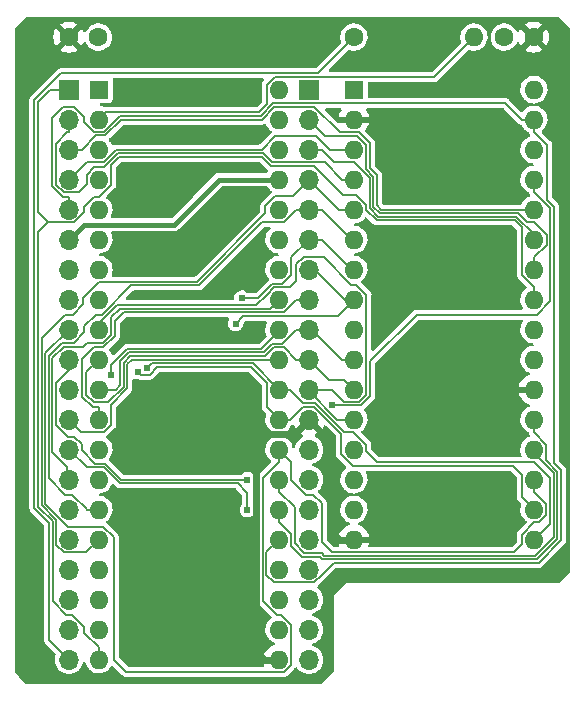
<source format=gbl>
G04 #@! TF.GenerationSoftware,KiCad,Pcbnew,(6.0.9-0)*
G04 #@! TF.CreationDate,2022-12-09T10:48:47+09:00*
G04 #@! TF.ProjectId,MEZ6502RAM,4d455a36-3530-4325-9241-4d2e6b696361,A*
G04 #@! TF.SameCoordinates,PX5f5e100PY8f0d180*
G04 #@! TF.FileFunction,Copper,L2,Bot*
G04 #@! TF.FilePolarity,Positive*
%FSLAX46Y46*%
G04 Gerber Fmt 4.6, Leading zero omitted, Abs format (unit mm)*
G04 Created by KiCad (PCBNEW (6.0.9-0)) date 2022-12-09 10:48:47*
%MOMM*%
%LPD*%
G01*
G04 APERTURE LIST*
G04 #@! TA.AperFunction,ComponentPad*
%ADD10R,1.600000X1.600000*%
G04 #@! TD*
G04 #@! TA.AperFunction,ComponentPad*
%ADD11O,1.600000X1.600000*%
G04 #@! TD*
G04 #@! TA.AperFunction,ComponentPad*
%ADD12C,1.600000*%
G04 #@! TD*
G04 #@! TA.AperFunction,ComponentPad*
%ADD13R,1.700000X1.700000*%
G04 #@! TD*
G04 #@! TA.AperFunction,ComponentPad*
%ADD14O,1.700000X1.700000*%
G04 #@! TD*
G04 #@! TA.AperFunction,ViaPad*
%ADD15C,0.605000*%
G04 #@! TD*
G04 #@! TA.AperFunction,Conductor*
%ADD16C,0.600000*%
G04 #@! TD*
G04 #@! TA.AperFunction,Conductor*
%ADD17C,0.152400*%
G04 #@! TD*
G04 #@! TA.AperFunction,Conductor*
%ADD18C,0.400000*%
G04 #@! TD*
G04 APERTURE END LIST*
D10*
X29210000Y50800000D03*
D11*
X29210000Y48260000D03*
X29210000Y45720000D03*
X29210000Y43180000D03*
X29210000Y40640000D03*
X29210000Y38100000D03*
X29210000Y35560000D03*
X29210000Y33020000D03*
X29210000Y30480000D03*
X29210000Y27940000D03*
X29210000Y25400000D03*
X29210000Y22860000D03*
X29210000Y20320000D03*
X29210000Y17780000D03*
X29210000Y15240000D03*
X29210000Y12700000D03*
X44450000Y12700000D03*
X44450000Y15240000D03*
X44450000Y17780000D03*
X44450000Y20320000D03*
X44450000Y22860000D03*
X44450000Y25400000D03*
X44450000Y27940000D03*
X44450000Y30480000D03*
X44450000Y33020000D03*
X44450000Y35560000D03*
X44450000Y38100000D03*
X44450000Y40640000D03*
X44450000Y43180000D03*
X44450000Y45720000D03*
X44450000Y48260000D03*
X44450000Y50800000D03*
D12*
X29210000Y55245000D03*
D11*
X39370000Y55245000D03*
D10*
X7620000Y50800000D03*
D11*
X7620000Y48260000D03*
X7620000Y45720000D03*
X7620000Y43180000D03*
X7620000Y40640000D03*
X7620000Y38100000D03*
X7620000Y35560000D03*
X7620000Y33020000D03*
X7620000Y30480000D03*
X7620000Y27940000D03*
X7620000Y25400000D03*
X7620000Y22860000D03*
X7620000Y20320000D03*
X7620000Y17780000D03*
X7620000Y15240000D03*
X7620000Y12700000D03*
X7620000Y10160000D03*
X7620000Y7620000D03*
X7620000Y5080000D03*
X7620000Y2540000D03*
X22860000Y2540000D03*
X22860000Y5080000D03*
X22860000Y7620000D03*
X22860000Y10160000D03*
X22860000Y12700000D03*
X22860000Y15240000D03*
X22860000Y17780000D03*
X22860000Y20320000D03*
X22860000Y22860000D03*
X22860000Y25400000D03*
X22860000Y27940000D03*
X22860000Y30480000D03*
X22860000Y33020000D03*
X22860000Y35560000D03*
X22860000Y38100000D03*
X22860000Y40640000D03*
X22860000Y43180000D03*
X22860000Y45720000D03*
X22860000Y48260000D03*
X22860000Y50800000D03*
D12*
X41930000Y55245000D03*
X44430000Y55245000D03*
X7580000Y55245000D03*
X5080000Y55245000D03*
D13*
X5085000Y50805000D03*
D14*
X5085000Y48265000D03*
X5085000Y45725000D03*
X5085000Y43185000D03*
X5085000Y40645000D03*
X5085000Y38105000D03*
X5085000Y35565000D03*
X5085000Y33025000D03*
X5085000Y30485000D03*
X5085000Y27945000D03*
X5085000Y25405000D03*
X5085000Y22865000D03*
X5085000Y20325000D03*
X5085000Y17785000D03*
X5085000Y15245000D03*
X5085000Y12705000D03*
X5085000Y10165000D03*
X5085000Y7625000D03*
X5085000Y5085000D03*
X5085000Y2545000D03*
D13*
X25405000Y50800000D03*
D14*
X25405000Y48260000D03*
X25405000Y45720000D03*
X25405000Y43180000D03*
X25405000Y40640000D03*
X25405000Y38100000D03*
X25405000Y35560000D03*
X25405000Y33020000D03*
X25405000Y30480000D03*
X25405000Y27940000D03*
X25405000Y25400000D03*
X25405000Y22860000D03*
X25405000Y20320000D03*
X25405000Y17780000D03*
X25405000Y15240000D03*
X25405000Y12700000D03*
X25405000Y10160000D03*
X25405000Y7620000D03*
X25405000Y5080000D03*
X25405000Y2540000D03*
D15*
X41275000Y42545000D03*
X46355000Y10160000D03*
X11430000Y53340000D03*
X18415000Y15875000D03*
X32385000Y42545000D03*
X11430000Y30480000D03*
X41275000Y15240000D03*
X41275000Y27305000D03*
X41275000Y46990000D03*
X11430000Y23495000D03*
X18415000Y34290000D03*
X32385000Y15240000D03*
X11430000Y5080000D03*
X32385000Y36830000D03*
X32385000Y50800000D03*
X11430000Y19050000D03*
X11430000Y46990000D03*
X18415000Y19050000D03*
X19685000Y53340000D03*
X11430000Y50800000D03*
X41275000Y50800000D03*
X1270000Y26670000D03*
X18415000Y23495000D03*
X32385000Y27305000D03*
X11430000Y40640000D03*
X11430000Y38100000D03*
X1905000Y1905000D03*
X11430000Y15875000D03*
X18415000Y41910000D03*
X10922000Y26924500D03*
X11684000Y27200600D03*
X20189100Y17780000D03*
X20189100Y15240000D03*
X8636000Y26670000D03*
X19728400Y33147000D03*
X19197800Y30988000D03*
X27344900Y24062400D03*
D16*
X28067000Y12700000D02*
X29210000Y12700000D01*
X25405000Y22860000D02*
X24153000Y21608000D01*
X21735000Y21608000D02*
X20955000Y20828000D01*
X27305000Y20960000D02*
X27305000Y13462000D01*
X20955000Y20828000D02*
X20955000Y3302000D01*
X25405000Y22860000D02*
X27305000Y20960000D01*
X21717000Y2540000D02*
X22860000Y2540000D01*
X20955000Y3302000D02*
X21717000Y2540000D01*
X24153000Y21608000D02*
X21735000Y21608000D01*
X27305000Y13462000D02*
X28067000Y12700000D01*
D17*
X6390400Y40413900D02*
X6390400Y40884700D01*
X43421400Y39142048D02*
X43421400Y35133939D01*
X8648600Y42753939D02*
X8648600Y44412548D01*
X8648600Y44412548D02*
X9346452Y45110400D01*
X3701600Y14232496D02*
X3701600Y7483029D01*
X43421400Y35133939D02*
X44450000Y34105339D01*
X7229300Y41723600D02*
X7618261Y41723600D01*
X31140400Y39725600D02*
X42837848Y39725600D01*
X4834629Y6350000D02*
X5362600Y6350000D01*
X2467900Y15466196D02*
X3701600Y14232496D01*
X3486652Y50805000D02*
X2467900Y49786248D01*
X6385300Y5337300D02*
X6385300Y4803600D01*
X5085000Y50805000D02*
X3486652Y50805000D01*
X6385300Y4803600D02*
X7620000Y3568900D01*
X2467900Y49786248D02*
X2467900Y40407600D01*
X30238600Y40627400D02*
X31140400Y39725600D01*
X28259000Y41910000D02*
X29394661Y41910000D01*
X25832400Y44336600D02*
X28259000Y41910000D01*
X6390400Y40884700D02*
X7229300Y41723600D01*
X7620000Y3568900D02*
X7620000Y2540000D01*
X29394661Y41910000D02*
X30238600Y41066061D01*
X30238600Y41066061D02*
X30238600Y40627400D01*
X44450000Y34105339D02*
X44450000Y33020000D01*
X2467900Y38715800D02*
X2467900Y15466196D01*
X2467900Y40407600D02*
X3313800Y39561700D01*
X5367600Y6355000D02*
X6385300Y5337300D01*
X5362600Y6350000D02*
X5367600Y6355000D01*
X3701600Y7483029D02*
X4834629Y6350000D01*
X9346452Y45110400D02*
X21405340Y45110400D01*
X7618261Y41723600D02*
X8648600Y42753939D01*
X3313800Y39561700D02*
X2467900Y38715800D01*
X5538200Y39561700D02*
X6390400Y40413900D01*
X21405340Y45110400D02*
X22179140Y44336600D01*
X22179140Y44336600D02*
X25832400Y44336600D01*
X3313800Y39561700D02*
X5538200Y39561700D01*
X42837848Y39725600D02*
X43421400Y39142048D01*
X5085000Y48265000D02*
X5085000Y47186100D01*
X7193939Y44208600D02*
X8013600Y44208600D01*
X3987600Y42739500D02*
X4637200Y42089900D01*
X3987600Y46223600D02*
X3987600Y42739500D01*
X28181100Y43180000D02*
X29210000Y43180000D01*
X21531592Y45415200D02*
X22305392Y44641400D01*
X6591400Y43606061D02*
X7193939Y44208600D01*
X5085000Y47186100D02*
X4950100Y47186100D01*
X4950100Y47186100D02*
X3987600Y46223600D01*
X26719700Y44641400D02*
X28181100Y43180000D01*
X9220200Y45415200D02*
X21531592Y45415200D01*
X6591400Y42786400D02*
X6591400Y43606061D01*
X22305392Y44641400D02*
X26719700Y44641400D01*
X5894900Y42089900D02*
X6591400Y42786400D01*
X4637200Y42089900D02*
X5894900Y42089900D01*
X8013600Y44208600D02*
X9220200Y45415200D01*
X28009471Y47180900D02*
X29634813Y47180900D01*
X29634813Y47180900D02*
X30543400Y46272313D01*
X30543400Y44163365D02*
X31153000Y43553765D01*
X31519156Y40640000D02*
X44450000Y40640000D01*
X21405339Y48260000D02*
X22484239Y49338900D01*
X30543400Y46272313D02*
X30543400Y44163365D01*
X9505713Y48260000D02*
X21405339Y48260000D01*
X7365500Y46926600D02*
X8172313Y46926600D01*
X8172313Y46926600D02*
X9505713Y48260000D01*
X31153000Y43553765D02*
X31153000Y41006156D01*
X22484239Y49338900D02*
X25851471Y49338900D01*
X5085000Y45725000D02*
X6163900Y45725000D01*
X25851471Y49338900D02*
X28009471Y47180900D01*
X31153000Y41006156D02*
X31519156Y40640000D01*
X6163900Y45725000D02*
X7365500Y46926600D01*
X29210000Y45720000D02*
X27178000Y45720000D01*
X9093948Y45720000D02*
X8065348Y44691400D01*
X21405340Y45720000D02*
X9093948Y45720000D01*
X26035000Y46863000D02*
X22548339Y46863000D01*
X27178000Y45720000D02*
X26035000Y46863000D01*
X6591400Y44691400D02*
X5085000Y43185000D01*
X22548339Y46863000D02*
X21405340Y45720000D01*
X8065348Y44691400D02*
X6591400Y44691400D01*
X42037000Y49644100D02*
X22358387Y49644100D01*
X46137600Y40894552D02*
X46137600Y19177004D01*
X22448800Y9081400D02*
X21789200Y9741000D01*
X26483600Y9719600D02*
X26483600Y9713229D01*
X21789200Y9741000D02*
X21789200Y11629200D01*
X5536100Y49344000D02*
X4595100Y49344000D01*
X6385400Y48494700D02*
X5536100Y49344000D01*
X44450000Y48260000D02*
X44450000Y47231100D01*
X45593000Y46088100D02*
X45593000Y41439152D01*
X22358387Y49644100D02*
X21304487Y48590200D01*
X9404861Y48590200D02*
X8046061Y47231400D01*
X25851771Y9081400D02*
X22448800Y9081400D01*
X4595100Y49344000D02*
X3672800Y48421700D01*
X3672800Y48421700D02*
X3672800Y42606600D01*
X3672800Y42606600D02*
X4555500Y41723900D01*
X46741300Y18573304D02*
X46741300Y12633400D01*
X46137600Y19177004D02*
X46741300Y18573304D01*
X43421100Y48260000D02*
X42037000Y49644100D01*
X8046061Y47231400D02*
X7174700Y47231400D01*
X44450000Y47231100D02*
X45593000Y46088100D01*
X21304487Y48590200D02*
X9404861Y48590200D01*
X26483600Y9713229D02*
X25851771Y9081400D01*
X21789200Y11629200D02*
X22860000Y12700000D01*
X44450000Y48260000D02*
X43421100Y48260000D01*
X7174700Y47231400D02*
X6385400Y48020700D01*
X27494400Y10730400D02*
X26483600Y9719600D01*
X6385400Y48020700D02*
X6385400Y48494700D01*
X46741300Y12633400D02*
X44838300Y10730400D01*
X45593000Y41439152D02*
X46137600Y40894552D01*
X5085000Y41723900D02*
X5085000Y40645000D01*
X4555500Y41723900D02*
X5085000Y41723900D01*
X44838300Y10730400D02*
X27494400Y10730400D01*
X29210000Y55245000D02*
X26159700Y52194700D01*
X3396800Y14106244D02*
X3396800Y4233200D01*
X3396800Y4233200D02*
X5085000Y2545000D01*
X26159700Y52194700D02*
X4445300Y52194700D01*
X2163100Y15339944D02*
X3396800Y14106244D01*
X2163100Y49912500D02*
X2163100Y15339944D01*
X4445300Y52194700D02*
X2163100Y49912500D01*
X21831400Y23888600D02*
X22860000Y22860000D01*
X11903989Y26669500D02*
X12564889Y27330400D01*
X42650200Y18944800D02*
X43421400Y18173600D01*
X11177000Y26669500D02*
X11903989Y26669500D01*
X24859400Y23959100D02*
X25833600Y23959100D01*
X43421400Y16268600D02*
X44450000Y15240000D01*
X23760300Y22860000D02*
X24859400Y23959100D01*
X12564889Y27330400D02*
X20498548Y27330400D01*
X25833600Y23959100D02*
X28140500Y21652200D01*
X43421400Y18173600D02*
X43421400Y16268600D01*
X10922000Y26924500D02*
X11177000Y26669500D01*
X28140500Y21652200D02*
X28140500Y19912600D01*
X28140500Y19912600D02*
X29108300Y18944800D01*
X21831400Y25997548D02*
X21831400Y23888600D01*
X20498548Y27330400D02*
X21831400Y25997548D01*
X22860000Y22860000D02*
X23760300Y22860000D01*
X29108300Y18944800D02*
X42650200Y18944800D01*
X25925500Y24298700D02*
X28393100Y21831100D01*
X44454200Y19250000D02*
X45788200Y17916000D01*
X29153561Y21831100D02*
X30238600Y20746061D01*
X12118600Y27635200D02*
X20624800Y27635200D01*
X23782300Y25400000D02*
X24883600Y24298700D01*
X22860000Y25400000D02*
X23782300Y25400000D01*
X20624800Y27635200D02*
X22860000Y25400000D01*
X24883600Y24298700D02*
X25925500Y24298700D01*
X28393100Y21831100D02*
X29153561Y21831100D01*
X11684000Y27200600D02*
X12118600Y27635200D01*
X45788200Y14038200D02*
X44450000Y12700000D01*
X31169000Y19250000D02*
X44454200Y19250000D01*
X30238600Y20180400D02*
X31169000Y19250000D01*
X45788200Y17916000D02*
X45788200Y14038200D01*
X30238600Y20746061D02*
X30238600Y20180400D01*
X26484000Y12505000D02*
X27344200Y11644800D01*
X5085000Y30485000D02*
X3078700Y28478700D01*
X3078700Y28478700D02*
X3078700Y15717500D01*
X23046800Y6350000D02*
X22666800Y6350000D01*
X8890000Y2540000D02*
X9918600Y1511400D01*
X45483100Y14762000D02*
X45483100Y15718000D01*
X23889000Y5507800D02*
X23046800Y6350000D01*
X44873800Y14152700D02*
X45483100Y14762000D01*
X8890000Y12884661D02*
X8890000Y2540000D01*
X22860000Y20320000D02*
X23888900Y19291100D01*
X21484000Y17928000D02*
X22860000Y19304000D01*
X23889000Y2100100D02*
X23889000Y5507800D01*
X43421400Y13126061D02*
X44448039Y14152700D01*
X23888900Y17747500D02*
X25126400Y16510000D01*
X22860000Y19304000D02*
X22860000Y20320000D01*
X23300300Y1511400D02*
X23889000Y2100100D01*
X7991061Y13783600D02*
X8890000Y12884661D01*
X22666800Y6350000D02*
X21484000Y7532800D01*
X44450000Y16751100D02*
X44450000Y17780000D01*
X25126400Y16510000D02*
X25728500Y16510000D01*
X3078700Y15717500D02*
X5012600Y13783600D01*
X42759800Y11644800D02*
X43421400Y12306400D01*
X9918600Y1511400D02*
X23300300Y1511400D01*
X25728500Y16510000D02*
X26484000Y15754500D01*
X23888900Y19291100D02*
X23888900Y17747500D01*
X21484000Y7532800D02*
X21484000Y17928000D01*
X27344200Y11644800D02*
X42759800Y11644800D01*
X44448039Y14152700D02*
X44873800Y14152700D01*
X45483100Y15718000D02*
X44450000Y16751100D01*
X5012600Y13783600D02*
X7991061Y13783600D01*
X43421400Y12306400D02*
X43421400Y13126061D01*
X26484000Y15754500D02*
X26484000Y12505000D01*
X9505713Y17780000D02*
X8172313Y19113400D01*
X20189100Y17780000D02*
X9505713Y17780000D01*
X25024300Y11543400D02*
X24194100Y12373600D01*
X26670000Y11340000D02*
X26466600Y11543400D01*
X3993400Y22430600D02*
X3993400Y25964400D01*
X26466600Y11543400D02*
X25024300Y11543400D01*
X24194100Y15417000D02*
X22860000Y16751100D01*
X8172313Y19113400D02*
X7310600Y19113400D01*
X6163600Y20260400D02*
X6163600Y20771771D01*
X44450000Y20320000D02*
X44450000Y20002500D01*
X6163600Y20771771D02*
X5531771Y21403600D01*
X44450000Y20002500D02*
X46117500Y18335000D01*
X5531771Y21403600D02*
X5020400Y21403600D01*
X24194100Y12373600D02*
X24194100Y15417000D01*
X3993400Y25964400D02*
X5085000Y27056000D01*
X5085000Y27056000D02*
X5085000Y27945000D01*
X46117500Y12910100D02*
X44547400Y11340000D01*
X44547400Y11340000D02*
X26670000Y11340000D01*
X46117500Y18335000D02*
X46117500Y12910100D01*
X5020400Y21403600D02*
X3993400Y22430600D01*
X7310600Y19113400D02*
X6163600Y20260400D01*
X22860000Y16751100D02*
X22860000Y17780000D01*
X10414000Y27940000D02*
X10030700Y27556700D01*
X6118600Y21831400D02*
X5085000Y22865000D01*
X10030700Y25507907D02*
X8648600Y24125807D01*
X8648600Y24125807D02*
X8648600Y22433939D01*
X22860000Y27940000D02*
X10414000Y27940000D01*
X10030700Y27556700D02*
X10030700Y25507907D01*
X8046061Y21831400D02*
X6118600Y21831400D01*
X8648600Y22433939D02*
X8046061Y21831400D01*
X44450000Y22860000D02*
X44450000Y21774661D01*
X46436500Y18447052D02*
X46436500Y12760300D01*
X9379461Y17475200D02*
X8046061Y18808600D01*
X6601400Y18808600D02*
X5085000Y20325000D01*
X19354800Y17475200D02*
X9379461Y17475200D01*
X44450000Y21774661D02*
X45478600Y20746061D01*
X26543748Y11035200D02*
X26340348Y11238600D01*
X20189100Y15240000D02*
X20189100Y16640900D01*
X24829400Y11238600D02*
X23889300Y12178700D01*
X46436500Y12760300D02*
X44711400Y11035200D01*
X45478600Y20746061D02*
X45478600Y19404952D01*
X45478600Y19404952D02*
X46436500Y18447052D01*
X23889300Y12178700D02*
X23889300Y13181800D01*
X26340348Y11238600D02*
X24829400Y11238600D01*
X23889300Y13181800D02*
X22860000Y14211100D01*
X20189100Y16640900D02*
X19354800Y17475200D01*
X22860000Y14211100D02*
X22860000Y15240000D01*
X8046061Y18808600D02*
X6601400Y18808600D01*
X44711400Y11035200D02*
X26543748Y11035200D01*
X22091400Y32251400D02*
X22860000Y33020000D01*
X9391400Y32251400D02*
X22091400Y32251400D01*
X5085000Y17785000D02*
X4953000Y17917000D01*
X4953000Y18860900D02*
X3688300Y20125600D01*
X8648600Y30053939D02*
X8648600Y31508600D01*
X6568150Y29361300D02*
X7955961Y29361300D01*
X3688300Y20125600D02*
X3688300Y28084300D01*
X7955961Y29361300D02*
X8648600Y30053939D01*
X4953000Y17917000D02*
X4953000Y18860900D01*
X8648600Y31508600D02*
X9391400Y32251400D01*
X4629400Y29025400D02*
X6232250Y29025400D01*
X3688300Y28084300D02*
X4629400Y29025400D01*
X6232250Y29025400D02*
X6568150Y29361300D01*
X10035244Y28854400D02*
X21361400Y28854400D01*
X22860000Y30353000D02*
X22860000Y30480000D01*
X8636000Y27455156D02*
X10035244Y28854400D01*
X8636000Y26670000D02*
X8636000Y27455156D01*
X21361400Y28854400D02*
X22860000Y30353000D01*
D18*
X6350000Y39370000D02*
X13970000Y39370000D01*
X13970000Y39370000D02*
X17780000Y43180000D01*
X17780000Y43180000D02*
X22860000Y43180000D01*
X5085000Y38105000D02*
X6350000Y39370000D01*
D17*
X30848200Y43427513D02*
X30848200Y40879904D01*
X25405000Y48260000D02*
X25405000Y48255000D01*
X45516100Y38521200D02*
X45516100Y37655000D01*
X44425900Y39611400D02*
X45516100Y38521200D01*
X31392904Y40335200D02*
X43138470Y40335200D01*
X26783900Y46876100D02*
X29508561Y46876100D01*
X29508561Y46876100D02*
X30238600Y46146061D01*
X43138470Y40335200D02*
X43862270Y39611400D01*
X30238600Y46146061D02*
X30238600Y44037113D01*
X30238600Y44037113D02*
X30848200Y43427513D01*
X30848200Y40879904D02*
X31392904Y40335200D01*
X45516100Y37655000D02*
X44450000Y36588900D01*
X44450000Y36588900D02*
X44450000Y35560000D01*
X43862270Y39611400D02*
X44425900Y39611400D01*
X25405000Y48255000D02*
X26783900Y46876100D01*
X31266652Y40030400D02*
X30543400Y40753652D01*
X30543400Y40753652D02*
X30543400Y43301261D01*
X44450000Y38544500D02*
X42964100Y40030400D01*
X26483900Y45720000D02*
X25405000Y45720000D01*
X42964100Y40030400D02*
X31266652Y40030400D01*
X44450000Y38100000D02*
X44450000Y38544500D01*
X30543400Y43301261D02*
X29203561Y44641100D01*
X29203561Y44641100D02*
X27562800Y44641100D01*
X27562800Y44641100D02*
X26483900Y45720000D01*
X4006400Y14358748D02*
X2773900Y15591248D01*
X4784100Y31755000D02*
X5396600Y31755000D01*
X24027000Y41802000D02*
X25405000Y43180000D01*
X22567339Y41802000D02*
X24027000Y41802000D01*
X6292400Y33188400D02*
X7635400Y34531400D01*
X25944500Y43180000D02*
X25944500Y42640500D01*
X5396600Y31755000D02*
X6292400Y32650800D01*
X6539500Y11619500D02*
X4645129Y11619500D01*
X15951948Y34544000D02*
X21717000Y40309052D01*
X2773900Y15591248D02*
X2773900Y29744800D01*
X4006400Y12258229D02*
X4006400Y14358748D01*
X21717000Y40951661D02*
X22567339Y41802000D01*
X7620000Y12700000D02*
X6539500Y11619500D01*
X8046061Y34531400D02*
X8058661Y34544000D01*
X4645129Y11619500D02*
X4006400Y12258229D01*
X27945000Y40640000D02*
X29210000Y40640000D01*
X7635400Y34531400D02*
X8046061Y34531400D01*
X6292400Y32650800D02*
X6292400Y33188400D01*
X8058661Y34544000D02*
X15951948Y34544000D01*
X27945000Y40640000D02*
X25405000Y43180000D01*
X21717000Y40309052D02*
X21717000Y40951661D01*
X2773900Y29744800D02*
X4784100Y31755000D01*
X3383500Y28211100D02*
X3383500Y17910100D01*
X6591100Y15297000D02*
X6591100Y15240000D01*
X21463000Y39624000D02*
X16078200Y34239200D01*
X29023900Y38100000D02*
X29210000Y38100000D01*
X26483900Y40640000D02*
X29023900Y38100000D01*
X6390400Y30253900D02*
X5473900Y29337400D01*
X23297500Y39611400D02*
X22433939Y39611400D01*
X5473900Y29337400D02*
X4509800Y29337400D01*
X5373100Y16515000D02*
X6591100Y15297000D01*
X4778600Y16515000D02*
X5373100Y16515000D01*
X7365100Y31750000D02*
X6390400Y30775300D01*
X25405000Y40640000D02*
X24326100Y40640000D01*
X22421339Y39624000D02*
X21463000Y39624000D01*
X6591100Y15240000D02*
X7620000Y15240000D01*
X16078200Y34239200D02*
X10363200Y34239200D01*
X4509800Y29337400D02*
X3383500Y28211100D01*
X3383500Y17910100D02*
X4778600Y16515000D01*
X22433939Y39611400D02*
X22421339Y39624000D01*
X6390400Y30775300D02*
X6390400Y30253900D01*
X25405000Y40640000D02*
X26483900Y40640000D01*
X7874000Y31750000D02*
X7365100Y31750000D01*
X10363200Y34239200D02*
X7874000Y31750000D01*
X24326100Y40640000D02*
X23297500Y39611400D01*
X26483900Y38100000D02*
X25405000Y38100000D01*
X29210000Y35560000D02*
X29023900Y35560000D01*
X23893600Y35138939D02*
X23893600Y36588600D01*
X22307687Y34353400D02*
X23108061Y34353400D01*
X23108061Y34353400D02*
X23893600Y35138939D01*
X29023900Y35560000D02*
X26483900Y38100000D01*
X23893600Y36588600D02*
X25405000Y38100000D01*
X19728400Y33147000D02*
X21101287Y33147000D01*
X21101287Y33147000D02*
X22307687Y34353400D01*
X27825900Y31635900D02*
X19845700Y31635900D01*
X25405000Y35560000D02*
X25908000Y35560000D01*
X25908000Y35560000D02*
X28448000Y33020000D01*
X29210000Y33020000D02*
X27825900Y31635900D01*
X28448000Y33020000D02*
X29210000Y33020000D01*
X19845700Y31635900D02*
X19197800Y30988000D01*
X9721600Y31946600D02*
X23252700Y31946600D01*
X8953400Y29927687D02*
X8953400Y31178400D01*
X7620000Y23888900D02*
X7118300Y23888900D01*
X6228300Y28003600D02*
X7193600Y28968900D01*
X23252700Y31946600D02*
X24326100Y33020000D01*
X7620000Y22860000D02*
X7620000Y23888900D01*
X24326100Y33020000D02*
X25405000Y33020000D01*
X8953400Y31178400D02*
X9721600Y31946600D01*
X7118300Y23888900D02*
X6228300Y24778900D01*
X7193600Y28968900D02*
X7994613Y28968900D01*
X6228300Y24778900D02*
X6228300Y28003600D01*
X7994613Y28968900D02*
X8953400Y29927687D01*
X21583887Y28549600D02*
X10161496Y28549600D01*
X9421100Y25760411D02*
X9060689Y25400000D01*
X9060689Y25400000D02*
X7620000Y25400000D01*
X25405000Y30480000D02*
X25641100Y30480000D01*
X25405000Y30480000D02*
X24326100Y30480000D01*
X22307687Y29273400D02*
X21583887Y28549600D01*
X10161496Y28549600D02*
X9421100Y27809204D01*
X23119500Y29273400D02*
X22307687Y29273400D01*
X25641100Y30480000D02*
X28181100Y27940000D01*
X24326100Y30480000D02*
X23119500Y29273400D01*
X28181100Y27940000D02*
X29210000Y27940000D01*
X9421100Y27809204D02*
X9421100Y25760411D01*
X27097200Y26242800D02*
X25405000Y27935000D01*
X9725900Y27682952D02*
X9725900Y25634159D01*
X6538200Y24970700D02*
X6538200Y26858200D01*
X10287748Y28244800D02*
X9725900Y27682952D01*
X24326100Y27940000D02*
X23297500Y28968600D01*
X22433939Y28968600D02*
X21710139Y28244800D01*
X28367200Y26242800D02*
X27097200Y26242800D01*
X7180700Y24328200D02*
X6538200Y24970700D01*
X6538200Y26858200D02*
X7620000Y27940000D01*
X25405000Y27940000D02*
X24326100Y27940000D01*
X8419941Y24328200D02*
X7180700Y24328200D01*
X21710139Y28244800D02*
X10287748Y28244800D01*
X23297500Y28968600D02*
X22433939Y28968600D01*
X29210000Y25400000D02*
X28367200Y26242800D01*
X9725900Y25634159D02*
X8419941Y24328200D01*
X25405000Y27935000D02*
X25405000Y27940000D01*
X30267400Y24968300D02*
X30267400Y33436300D01*
X26635900Y36647600D02*
X24967229Y36647600D01*
X24326400Y36006771D02*
X24326400Y34613400D01*
X23761600Y34048600D02*
X22433939Y34048600D01*
X25405000Y25250800D02*
X25405000Y25400000D01*
X28407600Y24367600D02*
X27375200Y25400000D01*
X28407600Y24367600D02*
X29666700Y24367600D01*
X27795800Y22860000D02*
X25405000Y25250800D01*
X24967229Y36647600D02*
X24326400Y36006771D01*
X29666700Y24367600D02*
X30267400Y24968300D01*
X7620000Y31064948D02*
X7620000Y30480000D01*
X21831400Y33446061D02*
X21831400Y33432600D01*
X29413700Y34290000D02*
X28993500Y34290000D01*
X21831400Y33432600D02*
X20955000Y32556200D01*
X28993500Y34290000D02*
X26635900Y36647600D01*
X24326400Y34613400D02*
X23761600Y34048600D01*
X27375200Y25400000D02*
X25405000Y25400000D01*
X22433939Y34048600D02*
X21831400Y33446061D01*
X20955000Y32556200D02*
X9111252Y32556200D01*
X29210000Y22860000D02*
X27795800Y22860000D01*
X30267400Y33436300D02*
X29413700Y34290000D01*
X9111252Y32556200D02*
X7620000Y31064948D01*
X44450000Y42151100D02*
X44450000Y43180000D01*
X30572200Y27778200D02*
X34544000Y31750000D01*
X45832800Y40768300D02*
X44450000Y42151100D01*
X45832800Y32884600D02*
X45832800Y40768300D01*
X44698200Y31750000D02*
X45832800Y32884600D01*
X34544000Y31750000D02*
X44698200Y31750000D01*
X27344900Y24062400D02*
X29792552Y24062400D01*
X30572200Y24842048D02*
X30572200Y27778200D01*
X29792552Y24062400D02*
X30572200Y24842048D01*
X8255000Y48895000D02*
X21178235Y48895000D01*
X21831400Y51226061D02*
X22495239Y51889900D01*
X21831400Y49548165D02*
X21831400Y51226061D01*
X36014900Y51889900D02*
X39370000Y55245000D01*
X21178235Y48895000D02*
X21831400Y49548165D01*
X7620000Y48260000D02*
X8255000Y48895000D01*
X22495239Y51889900D02*
X36014900Y51889900D01*
G04 #@! TA.AperFunction,Conductor*
G36*
X46518198Y56919998D02*
G01*
X46536373Y56905809D01*
X47332188Y56157743D01*
X47460299Y56037319D01*
X47496234Y55976088D01*
X47500000Y55945512D01*
X47500000Y10052190D01*
X47479998Y9984069D01*
X47463095Y9963095D01*
X46536905Y9036905D01*
X46474593Y9002879D01*
X46447810Y9000000D01*
X28500000Y9000000D01*
X27500000Y8000000D01*
X27500000Y1552191D01*
X27479998Y1484070D01*
X27463096Y1463096D01*
X26536780Y536778D01*
X26474467Y502753D01*
X26447988Y499873D01*
X12206061Y465694D01*
X1554532Y440131D01*
X1486364Y459970D01*
X1462578Y479667D01*
X873273Y1104331D01*
X534348Y1463591D01*
X502152Y1526868D01*
X500000Y1550055D01*
X500000Y15326389D01*
X1731792Y15326389D01*
X1733484Y15317127D01*
X1733484Y15317118D01*
X1741763Y15271792D01*
X1742414Y15267884D01*
X1750656Y15213060D01*
X1753616Y15206896D01*
X1754845Y15200167D01*
X1780422Y15150929D01*
X1782179Y15147413D01*
X1802120Y15105885D01*
X1802122Y15105881D01*
X1806198Y15097394D01*
X1810841Y15092372D01*
X1813993Y15086303D01*
X1818074Y15081525D01*
X1853249Y15046350D01*
X1856678Y15042785D01*
X1893295Y15003173D01*
X1899387Y14999634D01*
X1904924Y14994675D01*
X2933195Y13966404D01*
X2967221Y13904092D01*
X2970100Y13877309D01*
X2970100Y4266010D01*
X2969227Y4251202D01*
X2965492Y4219645D01*
X2967184Y4210383D01*
X2967184Y4210374D01*
X2975463Y4165048D01*
X2976114Y4161140D01*
X2984356Y4106316D01*
X2987316Y4100152D01*
X2988545Y4093423D01*
X3014122Y4044185D01*
X3015879Y4040669D01*
X3035820Y3999141D01*
X3035822Y3999137D01*
X3039898Y3990650D01*
X3044541Y3985628D01*
X3047693Y3979559D01*
X3051774Y3974781D01*
X3086949Y3939606D01*
X3090378Y3936041D01*
X3126995Y3896429D01*
X3133087Y3892890D01*
X3138624Y3887931D01*
X3928952Y3097603D01*
X3962978Y3035291D01*
X3960190Y2971144D01*
X3905703Y2795667D01*
X3879770Y2576560D01*
X3894200Y2356396D01*
X3895621Y2350800D01*
X3895622Y2350795D01*
X3919050Y2258548D01*
X3948511Y2142548D01*
X3950928Y2137306D01*
X3950928Y2137305D01*
X3988829Y2055093D01*
X4040883Y1942179D01*
X4168222Y1761998D01*
X4326264Y1608039D01*
X4331060Y1604834D01*
X4331063Y1604832D01*
X4422744Y1543573D01*
X4509717Y1485460D01*
X4515020Y1483182D01*
X4515023Y1483180D01*
X4707129Y1400645D01*
X4712436Y1398365D01*
X4762742Y1386982D01*
X4921995Y1350946D01*
X4922001Y1350945D01*
X4927632Y1349671D01*
X4933403Y1349444D01*
X4933405Y1349444D01*
X5001211Y1346780D01*
X5148098Y1341009D01*
X5257275Y1356839D01*
X5360738Y1371840D01*
X5360743Y1371841D01*
X5366452Y1372669D01*
X5371916Y1374524D01*
X5371921Y1374525D01*
X5569907Y1441732D01*
X5569912Y1441734D01*
X5575379Y1443590D01*
X5610210Y1463096D01*
X5720013Y1524589D01*
X5767884Y1551398D01*
X5808231Y1584954D01*
X5933086Y1688796D01*
X5937518Y1692482D01*
X5966581Y1727426D01*
X6074908Y1857674D01*
X6074910Y1857677D01*
X6078602Y1862116D01*
X6186410Y2054621D01*
X6188266Y2060088D01*
X6188268Y2060093D01*
X6255473Y2258073D01*
X6255474Y2258078D01*
X6257331Y2263548D01*
X6257804Y2266810D01*
X6292754Y2327680D01*
X6355780Y2360363D01*
X6426471Y2353783D01*
X6482383Y2310029D01*
X6502044Y2267713D01*
X6530845Y2154310D01*
X6533262Y2149067D01*
X6576802Y2054621D01*
X6619369Y1962286D01*
X6741405Y1789609D01*
X6770041Y1761713D01*
X6841109Y1692482D01*
X6892865Y1642063D01*
X6897661Y1638858D01*
X6897664Y1638856D01*
X7023026Y1555092D01*
X7068677Y1524589D01*
X7073985Y1522308D01*
X7073986Y1522308D01*
X7257650Y1443400D01*
X7257653Y1443399D01*
X7262953Y1441122D01*
X7268582Y1439848D01*
X7268583Y1439848D01*
X7463550Y1395731D01*
X7463553Y1395731D01*
X7469186Y1394456D01*
X7474957Y1394229D01*
X7474959Y1394229D01*
X7529400Y1392090D01*
X7680470Y1386154D01*
X7686179Y1386982D01*
X7686183Y1386982D01*
X7884015Y1415667D01*
X7884019Y1415668D01*
X7889730Y1416496D01*
X7977866Y1446414D01*
X8084483Y1482605D01*
X8084488Y1482607D01*
X8089955Y1484463D01*
X8094998Y1487287D01*
X8269395Y1584954D01*
X8269399Y1584957D01*
X8274442Y1587781D01*
X8437012Y1722988D01*
X8572219Y1885558D01*
X8575043Y1890601D01*
X8575046Y1890605D01*
X8623274Y1976723D01*
X8674011Y2026385D01*
X8743542Y2040732D01*
X8809793Y2015211D01*
X8822303Y2004252D01*
X9593677Y1232878D01*
X9603532Y1221788D01*
X9617370Y1204234D01*
X9617374Y1204230D01*
X9623204Y1196835D01*
X9668915Y1165243D01*
X9672038Y1163010D01*
X9716679Y1130038D01*
X9723129Y1127773D01*
X9728757Y1123883D01*
X9737732Y1121045D01*
X9737737Y1121042D01*
X9781646Y1107156D01*
X9785387Y1105908D01*
X9789879Y1104331D01*
X9828855Y1090643D01*
X9828858Y1090642D01*
X9837741Y1087523D01*
X9844577Y1087254D01*
X9851095Y1085193D01*
X9857359Y1084700D01*
X9907120Y1084700D01*
X9912066Y1084603D01*
X9965952Y1082486D01*
X9972763Y1084292D01*
X9980178Y1084700D01*
X23267490Y1084700D01*
X23282298Y1083827D01*
X23313855Y1080092D01*
X23323117Y1081784D01*
X23323126Y1081784D01*
X23368452Y1090063D01*
X23372360Y1090714D01*
X23374389Y1091019D01*
X23427184Y1098956D01*
X23433348Y1101916D01*
X23440077Y1103145D01*
X23489315Y1128722D01*
X23492831Y1130479D01*
X23534359Y1150420D01*
X23534363Y1150422D01*
X23542850Y1154498D01*
X23547872Y1159141D01*
X23553941Y1162293D01*
X23558719Y1166374D01*
X23593894Y1201549D01*
X23597460Y1204979D01*
X23630156Y1235203D01*
X23637071Y1241595D01*
X23640610Y1247687D01*
X23645569Y1253224D01*
X24167522Y1775177D01*
X24178612Y1785032D01*
X24196166Y1798870D01*
X24196170Y1798874D01*
X24203565Y1804704D01*
X24225137Y1835917D01*
X24280319Y1880581D01*
X24350893Y1888322D01*
X24414448Y1856679D01*
X24431685Y1836996D01*
X24488222Y1756998D01*
X24646264Y1603039D01*
X24651060Y1599834D01*
X24651063Y1599832D01*
X24735261Y1543573D01*
X24829717Y1480460D01*
X24835020Y1478182D01*
X24835023Y1478180D01*
X25015491Y1400645D01*
X25032436Y1393365D01*
X25112088Y1375342D01*
X25241995Y1345946D01*
X25242001Y1345945D01*
X25247632Y1344671D01*
X25253403Y1344444D01*
X25253405Y1344444D01*
X25319738Y1341838D01*
X25468098Y1336009D01*
X25577275Y1351839D01*
X25680738Y1366840D01*
X25680743Y1366841D01*
X25686452Y1367669D01*
X25691916Y1369524D01*
X25691921Y1369525D01*
X25889907Y1436732D01*
X25889912Y1436734D01*
X25895379Y1438590D01*
X25900990Y1441732D01*
X26048941Y1524589D01*
X26087884Y1546398D01*
X26094850Y1552191D01*
X26253086Y1683796D01*
X26257518Y1687482D01*
X26315334Y1756998D01*
X26394908Y1852674D01*
X26394910Y1852677D01*
X26398602Y1857116D01*
X26481002Y2004252D01*
X26503586Y2044578D01*
X26503587Y2044580D01*
X26506410Y2049621D01*
X26508266Y2055088D01*
X26508268Y2055093D01*
X26575475Y2253079D01*
X26575476Y2253084D01*
X26577331Y2258548D01*
X26578159Y2264257D01*
X26578160Y2264262D01*
X26608458Y2473228D01*
X26608991Y2476902D01*
X26610643Y2540000D01*
X26590454Y2759711D01*
X26584802Y2779754D01*
X26532134Y2966500D01*
X26530565Y2972064D01*
X26432980Y3169947D01*
X26300967Y3346733D01*
X26193175Y3446375D01*
X26143189Y3492582D01*
X26143186Y3492584D01*
X26138949Y3496501D01*
X25952350Y3614236D01*
X25749955Y3694983D01*
X25694096Y3738804D01*
X25670795Y3805868D01*
X25687451Y3874883D01*
X25738775Y3923937D01*
X25756144Y3931326D01*
X25889907Y3976732D01*
X25889912Y3976734D01*
X25895379Y3978590D01*
X25900990Y3981732D01*
X26066817Y4074600D01*
X26087884Y4086398D01*
X26098338Y4095092D01*
X26253086Y4223796D01*
X26257518Y4227482D01*
X26302052Y4281028D01*
X26394908Y4392674D01*
X26394910Y4392677D01*
X26398602Y4397116D01*
X26506410Y4589621D01*
X26508266Y4595088D01*
X26508268Y4595093D01*
X26575475Y4793079D01*
X26575476Y4793084D01*
X26577331Y4798548D01*
X26578159Y4804257D01*
X26578160Y4804262D01*
X26608458Y5013228D01*
X26608991Y5016902D01*
X26610643Y5080000D01*
X26590454Y5299711D01*
X26580314Y5335667D01*
X26532134Y5506500D01*
X26530565Y5512064D01*
X26432980Y5709947D01*
X26413130Y5736530D01*
X26304420Y5882109D01*
X26304420Y5882110D01*
X26300967Y5886733D01*
X26203586Y5976751D01*
X26143189Y6032582D01*
X26143186Y6032584D01*
X26138949Y6036501D01*
X25952350Y6154236D01*
X25749955Y6234983D01*
X25694096Y6278804D01*
X25670795Y6345868D01*
X25687451Y6414883D01*
X25738775Y6463937D01*
X25756144Y6471326D01*
X25889907Y6516732D01*
X25889912Y6516734D01*
X25895379Y6518590D01*
X25949177Y6548718D01*
X26077570Y6620622D01*
X26087884Y6626398D01*
X26096561Y6633614D01*
X26253086Y6763796D01*
X26257518Y6767482D01*
X26311985Y6832971D01*
X26394908Y6932674D01*
X26394910Y6932677D01*
X26398602Y6937116D01*
X26506410Y7129621D01*
X26508266Y7135088D01*
X26508268Y7135093D01*
X26575475Y7333079D01*
X26575476Y7333084D01*
X26577331Y7338548D01*
X26578159Y7344257D01*
X26578160Y7344262D01*
X26608458Y7553228D01*
X26608991Y7556902D01*
X26610643Y7620000D01*
X26590454Y7839711D01*
X26584802Y7859754D01*
X26545248Y8000000D01*
X26530565Y8052064D01*
X26432980Y8249947D01*
X26326058Y8393133D01*
X26304420Y8422109D01*
X26304420Y8422110D01*
X26300967Y8426733D01*
X26138949Y8576501D01*
X26140368Y8578036D01*
X26103961Y8627886D01*
X26099732Y8698757D01*
X26133433Y8759617D01*
X26145365Y8771549D01*
X26148931Y8774979D01*
X26181627Y8805203D01*
X26188542Y8811595D01*
X26192081Y8817687D01*
X26197040Y8823224D01*
X26762122Y9388306D01*
X26773212Y9398161D01*
X26790767Y9412000D01*
X26790770Y9412004D01*
X26798165Y9417833D01*
X26820518Y9450175D01*
X26835076Y9467631D01*
X27634240Y10266795D01*
X27696552Y10300821D01*
X27723335Y10303700D01*
X44805490Y10303700D01*
X44820298Y10302827D01*
X44851855Y10299092D01*
X44861117Y10300784D01*
X44861126Y10300784D01*
X44906452Y10309063D01*
X44910360Y10309714D01*
X44912389Y10310019D01*
X44965184Y10317956D01*
X44971348Y10320916D01*
X44978077Y10322145D01*
X45027315Y10347722D01*
X45030831Y10349479D01*
X45072359Y10369420D01*
X45072363Y10369422D01*
X45080850Y10373498D01*
X45085872Y10378141D01*
X45091941Y10381293D01*
X45096719Y10385374D01*
X45131894Y10420549D01*
X45135460Y10423979D01*
X45175071Y10460595D01*
X45178610Y10466687D01*
X45183569Y10472224D01*
X47019822Y12308477D01*
X47030912Y12318332D01*
X47048466Y12332170D01*
X47048470Y12332174D01*
X47055865Y12338004D01*
X47087411Y12383648D01*
X47089706Y12386860D01*
X47122662Y12431478D01*
X47124928Y12437929D01*
X47128817Y12443557D01*
X47145564Y12496513D01*
X47146800Y12500215D01*
X47162054Y12543651D01*
X47165176Y12552541D01*
X47165444Y12559373D01*
X47167507Y12565895D01*
X47168000Y12572159D01*
X47168000Y12621930D01*
X47168097Y12626877D01*
X47169844Y12671339D01*
X47170214Y12680752D01*
X47168408Y12687563D01*
X47168000Y12694977D01*
X47168000Y18540493D01*
X47168873Y18555304D01*
X47171501Y18577507D01*
X47172608Y18586858D01*
X47162636Y18641459D01*
X47161987Y18645357D01*
X47155144Y18690876D01*
X47153744Y18700188D01*
X47150784Y18706353D01*
X47149555Y18713080D01*
X47123997Y18762282D01*
X47122230Y18765819D01*
X47102281Y18807362D01*
X47102277Y18807368D01*
X47098202Y18815854D01*
X47093558Y18820878D01*
X47090407Y18826944D01*
X47086327Y18831722D01*
X47051151Y18866898D01*
X47047721Y18870464D01*
X47017497Y18903160D01*
X47017498Y18903160D01*
X47011105Y18910075D01*
X47005013Y18913614D01*
X46999476Y18918573D01*
X46601205Y19316844D01*
X46567179Y19379156D01*
X46564300Y19405939D01*
X46564300Y40861741D01*
X46565173Y40876552D01*
X46568908Y40908106D01*
X46558936Y40962707D01*
X46558287Y40966605D01*
X46551444Y41012124D01*
X46550044Y41021436D01*
X46547084Y41027601D01*
X46545855Y41034328D01*
X46520297Y41083530D01*
X46518530Y41087067D01*
X46498581Y41128610D01*
X46498577Y41128616D01*
X46494502Y41137102D01*
X46489858Y41142126D01*
X46486707Y41148192D01*
X46482627Y41152970D01*
X46447451Y41188146D01*
X46444021Y41191712D01*
X46428680Y41208308D01*
X46407405Y41231323D01*
X46401313Y41234862D01*
X46395776Y41239821D01*
X46056605Y41578992D01*
X46022579Y41641304D01*
X46019700Y41668087D01*
X46019700Y46055297D01*
X46020573Y46070106D01*
X46021377Y46076902D01*
X46024307Y46101655D01*
X46019666Y46127069D01*
X46014342Y46156222D01*
X46013692Y46160125D01*
X46006844Y46205675D01*
X46006843Y46205678D01*
X46005444Y46214984D01*
X46002484Y46221149D01*
X46001255Y46227877D01*
X45975678Y46277115D01*
X45973921Y46280631D01*
X45953980Y46322159D01*
X45953978Y46322163D01*
X45949902Y46330650D01*
X45945259Y46335672D01*
X45942107Y46341741D01*
X45938026Y46346519D01*
X45902851Y46381694D01*
X45899421Y46385260D01*
X45874790Y46411906D01*
X45862805Y46424871D01*
X45856713Y46428410D01*
X45851176Y46433369D01*
X45132394Y47152151D01*
X45098368Y47214463D01*
X45103433Y47285278D01*
X45140917Y47338117D01*
X45267012Y47442988D01*
X45402219Y47605558D01*
X45405043Y47610601D01*
X45405046Y47610605D01*
X45502713Y47785002D01*
X45502714Y47785004D01*
X45505537Y47790045D01*
X45507393Y47795512D01*
X45507395Y47795517D01*
X45569525Y47978548D01*
X45573504Y47990270D01*
X45575083Y48001155D01*
X45603314Y48195860D01*
X45603314Y48195862D01*
X45603846Y48199530D01*
X45605429Y48260000D01*
X45586081Y48470560D01*
X45577057Y48502559D01*
X45561236Y48558654D01*
X45528686Y48674069D01*
X45526127Y48679260D01*
X45437719Y48858531D01*
X45435165Y48863710D01*
X45308651Y49033133D01*
X45208286Y49125910D01*
X45157622Y49172743D01*
X45157620Y49172745D01*
X45153381Y49176663D01*
X44974554Y49289495D01*
X44778160Y49367848D01*
X44772503Y49368973D01*
X44772497Y49368975D01*
X44575234Y49408212D01*
X44512324Y49441119D01*
X44477192Y49502814D01*
X44480992Y49573709D01*
X44522517Y49631295D01*
X44581734Y49656487D01*
X44714015Y49675667D01*
X44714019Y49675668D01*
X44719730Y49676496D01*
X44807038Y49706133D01*
X44914483Y49742605D01*
X44914488Y49742607D01*
X44919955Y49744463D01*
X44926530Y49748145D01*
X45099395Y49844954D01*
X45099399Y49844957D01*
X45104442Y49847781D01*
X45267012Y49982988D01*
X45402219Y50145558D01*
X45405043Y50150601D01*
X45405046Y50150605D01*
X45502713Y50325002D01*
X45502717Y50325010D01*
X45505537Y50330045D01*
X45507393Y50335512D01*
X45507395Y50335517D01*
X45571647Y50524800D01*
X45573504Y50530270D01*
X45603846Y50739530D01*
X45605429Y50800000D01*
X45586081Y51010560D01*
X45528686Y51214069D01*
X45526129Y51219256D01*
X45437719Y51398531D01*
X45435165Y51403710D01*
X45332800Y51540793D01*
X45312104Y51568509D01*
X45312103Y51568510D01*
X45308651Y51573133D01*
X45153381Y51716663D01*
X44974554Y51829495D01*
X44778160Y51907848D01*
X44772503Y51908973D01*
X44772497Y51908975D01*
X44576442Y51947972D01*
X44576440Y51947972D01*
X44570775Y51949099D01*
X44565000Y51949175D01*
X44564996Y51949175D01*
X44458976Y51950563D01*
X44359346Y51951867D01*
X44353649Y51950888D01*
X44353648Y51950888D01*
X44156650Y51917038D01*
X44156649Y51917038D01*
X44150953Y51916059D01*
X43952575Y51842873D01*
X43947614Y51839921D01*
X43947613Y51839921D01*
X43930089Y51829495D01*
X43770856Y51734762D01*
X43611881Y51595345D01*
X43480976Y51429292D01*
X43478287Y51424181D01*
X43478285Y51424178D01*
X43464792Y51398531D01*
X43382523Y51242164D01*
X43319820Y51040227D01*
X43294967Y50830246D01*
X43308796Y50619251D01*
X43310217Y50613655D01*
X43310218Y50613650D01*
X43332784Y50524800D01*
X43360845Y50414310D01*
X43449369Y50222286D01*
X43571405Y50049609D01*
X43635238Y49987426D01*
X43701761Y49922622D01*
X43722865Y49902063D01*
X43727661Y49898858D01*
X43727664Y49898856D01*
X43870936Y49803125D01*
X43898677Y49784589D01*
X43903985Y49782308D01*
X43903986Y49782308D01*
X44087650Y49703400D01*
X44087653Y49703399D01*
X44092953Y49701122D01*
X44098582Y49699848D01*
X44098583Y49699848D01*
X44293550Y49655731D01*
X44293553Y49655731D01*
X44299186Y49654456D01*
X44304958Y49654229D01*
X44310687Y49653475D01*
X44310327Y49650743D01*
X44366604Y49631784D01*
X44410950Y49576341D01*
X44418282Y49505724D01*
X44386271Y49442353D01*
X44325081Y49406349D01*
X44315705Y49404368D01*
X44286326Y49399320D01*
X44156650Y49377038D01*
X44156649Y49377038D01*
X44150953Y49376059D01*
X43952575Y49302873D01*
X43947614Y49299921D01*
X43947613Y49299921D01*
X43808368Y49217079D01*
X43770856Y49194762D01*
X43611881Y49055345D01*
X43608310Y49050816D01*
X43608305Y49050810D01*
X43530970Y48952710D01*
X43473089Y48911596D01*
X43402169Y48908302D01*
X43342925Y48941620D01*
X42361923Y49922622D01*
X42352068Y49933712D01*
X42338230Y49951266D01*
X42338226Y49951270D01*
X42332396Y49958665D01*
X42286685Y49990257D01*
X42283562Y49992490D01*
X42238921Y50025462D01*
X42232471Y50027727D01*
X42226843Y50031617D01*
X42217868Y50034455D01*
X42217863Y50034458D01*
X42173954Y50048344D01*
X42170213Y50049592D01*
X42154779Y50055012D01*
X42126745Y50064857D01*
X42126742Y50064858D01*
X42117859Y50067977D01*
X42111023Y50068246D01*
X42104505Y50070307D01*
X42098241Y50070800D01*
X42048480Y50070800D01*
X42043534Y50070897D01*
X42043256Y50070908D01*
X41989648Y50073014D01*
X41982837Y50071208D01*
X41975422Y50070800D01*
X30486500Y50070800D01*
X30418379Y50090802D01*
X30371886Y50144458D01*
X30360500Y50196800D01*
X30360500Y51337200D01*
X30380502Y51405321D01*
X30434158Y51451814D01*
X30486500Y51463200D01*
X35982090Y51463200D01*
X35996898Y51462327D01*
X36028455Y51458592D01*
X36037717Y51460284D01*
X36037726Y51460284D01*
X36083052Y51468563D01*
X36086960Y51469214D01*
X36109343Y51472579D01*
X36141784Y51477456D01*
X36147948Y51480416D01*
X36154677Y51481645D01*
X36203915Y51507222D01*
X36207431Y51508979D01*
X36248959Y51528920D01*
X36248963Y51528922D01*
X36257450Y51532998D01*
X36262472Y51537641D01*
X36268541Y51540793D01*
X36273319Y51544874D01*
X36308494Y51580049D01*
X36312060Y51583479D01*
X36344756Y51613703D01*
X36351671Y51620095D01*
X36355210Y51626187D01*
X36360169Y51631724D01*
X38855775Y54127330D01*
X38918087Y54161356D01*
X38994604Y54154004D01*
X39007638Y54148405D01*
X39007643Y54148403D01*
X39012953Y54146122D01*
X39113577Y54123353D01*
X39213550Y54100731D01*
X39213553Y54100731D01*
X39219186Y54099456D01*
X39224957Y54099229D01*
X39224959Y54099229D01*
X39286989Y54096792D01*
X39430470Y54091154D01*
X39436179Y54091982D01*
X39436183Y54091982D01*
X39634015Y54120667D01*
X39634019Y54120668D01*
X39639730Y54121496D01*
X39735496Y54154004D01*
X39834483Y54187605D01*
X39834488Y54187607D01*
X39839955Y54189463D01*
X39844998Y54192287D01*
X40019395Y54289954D01*
X40019399Y54289957D01*
X40024442Y54292781D01*
X40187012Y54427988D01*
X40322219Y54590558D01*
X40325043Y54595601D01*
X40325046Y54595605D01*
X40422713Y54770002D01*
X40422714Y54770004D01*
X40425537Y54775045D01*
X40427393Y54780512D01*
X40427395Y54780517D01*
X40491647Y54969800D01*
X40493504Y54975270D01*
X40498785Y55011688D01*
X40523314Y55180860D01*
X40523314Y55180862D01*
X40523846Y55184530D01*
X40525289Y55239650D01*
X40526896Y55244636D01*
X40523921Y55261409D01*
X40523633Y55264546D01*
X40773707Y55264546D01*
X40776976Y55244594D01*
X40788796Y55064251D01*
X40790217Y55058655D01*
X40790218Y55058650D01*
X40812784Y54969800D01*
X40840845Y54859310D01*
X40843262Y54854067D01*
X40859480Y54818887D01*
X40929369Y54667286D01*
X41051405Y54494609D01*
X41202865Y54347063D01*
X41207661Y54343858D01*
X41207664Y54343856D01*
X41350936Y54248125D01*
X41378677Y54229589D01*
X41383985Y54227308D01*
X41383986Y54227308D01*
X41567650Y54148400D01*
X41567653Y54148399D01*
X41572953Y54146122D01*
X41578582Y54144848D01*
X41578583Y54144848D01*
X41773550Y54100731D01*
X41773553Y54100731D01*
X41779186Y54099456D01*
X41784957Y54099229D01*
X41784959Y54099229D01*
X41846989Y54096792D01*
X41990470Y54091154D01*
X41996179Y54091982D01*
X41996183Y54091982D01*
X42194015Y54120667D01*
X42194019Y54120668D01*
X42199730Y54121496D01*
X42295496Y54154004D01*
X42310031Y54158938D01*
X43708493Y54158938D01*
X43717789Y54146923D01*
X43768994Y54111069D01*
X43778489Y54105586D01*
X43975947Y54013510D01*
X43986239Y54009764D01*
X44196688Y53953375D01*
X44207481Y53951472D01*
X44424525Y53932483D01*
X44435475Y53932483D01*
X44652519Y53951472D01*
X44663312Y53953375D01*
X44873761Y54009764D01*
X44884053Y54013510D01*
X45081511Y54105586D01*
X45091006Y54111069D01*
X45143048Y54147509D01*
X45151424Y54157988D01*
X45144356Y54171434D01*
X44442812Y54872978D01*
X44428868Y54880592D01*
X44427035Y54880461D01*
X44420420Y54876210D01*
X43714923Y54170713D01*
X43708493Y54158938D01*
X42310031Y54158938D01*
X42394483Y54187605D01*
X42394488Y54187607D01*
X42399955Y54189463D01*
X42404998Y54192287D01*
X42579395Y54289954D01*
X42579399Y54289957D01*
X42584442Y54292781D01*
X42747012Y54427988D01*
X42882219Y54590558D01*
X42885043Y54595601D01*
X42885046Y54595605D01*
X42985537Y54775045D01*
X42987959Y54773689D01*
X43026278Y54818887D01*
X43094179Y54839623D01*
X43162511Y54820357D01*
X43209733Y54766880D01*
X43290586Y54593489D01*
X43296069Y54583994D01*
X43332509Y54531952D01*
X43342988Y54523576D01*
X43356434Y54530644D01*
X44057978Y55232188D01*
X44064356Y55243868D01*
X44794408Y55243868D01*
X44794539Y55242035D01*
X44798790Y55235420D01*
X45504287Y54529923D01*
X45516062Y54523493D01*
X45528077Y54532789D01*
X45563931Y54583994D01*
X45569414Y54593489D01*
X45661490Y54790947D01*
X45665236Y54801239D01*
X45721625Y55011688D01*
X45723528Y55022481D01*
X45742517Y55239525D01*
X45742517Y55250475D01*
X45723528Y55467519D01*
X45721625Y55478312D01*
X45665236Y55688761D01*
X45661490Y55699053D01*
X45569414Y55896511D01*
X45563931Y55906006D01*
X45527491Y55958048D01*
X45517012Y55966424D01*
X45503566Y55959356D01*
X44802022Y55257812D01*
X44794408Y55243868D01*
X44064356Y55243868D01*
X44065592Y55246132D01*
X44065461Y55247965D01*
X44061210Y55254580D01*
X43355713Y55960077D01*
X43343938Y55966507D01*
X43331923Y55957211D01*
X43296069Y55906006D01*
X43290586Y55896511D01*
X43207687Y55718732D01*
X43160770Y55665447D01*
X43092493Y55645986D01*
X43024533Y55666528D01*
X42980486Y55716253D01*
X42917719Y55843531D01*
X42915165Y55848710D01*
X42827202Y55966507D01*
X42792104Y56013509D01*
X42792103Y56013510D01*
X42788651Y56018133D01*
X42633381Y56161663D01*
X42454554Y56274495D01*
X42310386Y56332012D01*
X43708576Y56332012D01*
X43715644Y56318566D01*
X44417188Y55617022D01*
X44431132Y55609408D01*
X44432965Y55609539D01*
X44439580Y55613790D01*
X45145077Y56319287D01*
X45151507Y56331062D01*
X45142211Y56343077D01*
X45091006Y56378931D01*
X45081511Y56384414D01*
X44884053Y56476490D01*
X44873761Y56480236D01*
X44663312Y56536625D01*
X44652519Y56538528D01*
X44435475Y56557517D01*
X44424525Y56557517D01*
X44207481Y56538528D01*
X44196688Y56536625D01*
X43986239Y56480236D01*
X43975947Y56476490D01*
X43778489Y56384414D01*
X43768994Y56378931D01*
X43716952Y56342491D01*
X43708576Y56332012D01*
X42310386Y56332012D01*
X42258160Y56352848D01*
X42252503Y56353973D01*
X42252497Y56353975D01*
X42056442Y56392972D01*
X42056440Y56392972D01*
X42050775Y56394099D01*
X42045000Y56394175D01*
X42044996Y56394175D01*
X41938976Y56395563D01*
X41839346Y56396867D01*
X41833649Y56395888D01*
X41833648Y56395888D01*
X41636650Y56362038D01*
X41636649Y56362038D01*
X41630953Y56361059D01*
X41432575Y56287873D01*
X41427614Y56284921D01*
X41427613Y56284921D01*
X41410089Y56274495D01*
X41250856Y56179762D01*
X41091881Y56040345D01*
X40960976Y55874292D01*
X40958287Y55869181D01*
X40958285Y55869178D01*
X40944792Y55843531D01*
X40862523Y55687164D01*
X40799820Y55485227D01*
X40774967Y55275246D01*
X40775337Y55269604D01*
X40773707Y55264546D01*
X40523633Y55264546D01*
X40523180Y55269480D01*
X40506081Y55455560D01*
X40448686Y55659069D01*
X40442455Y55671706D01*
X40357719Y55843531D01*
X40355165Y55848710D01*
X40267202Y55966507D01*
X40232104Y56013509D01*
X40232103Y56013510D01*
X40228651Y56018133D01*
X40073381Y56161663D01*
X39894554Y56274495D01*
X39698160Y56352848D01*
X39692503Y56353973D01*
X39692497Y56353975D01*
X39496442Y56392972D01*
X39496440Y56392972D01*
X39490775Y56394099D01*
X39485000Y56394175D01*
X39484996Y56394175D01*
X39378976Y56395563D01*
X39279346Y56396867D01*
X39273649Y56395888D01*
X39273648Y56395888D01*
X39076650Y56362038D01*
X39076649Y56362038D01*
X39070953Y56361059D01*
X38872575Y56287873D01*
X38867614Y56284921D01*
X38867613Y56284921D01*
X38850089Y56274495D01*
X38690856Y56179762D01*
X38531881Y56040345D01*
X38400976Y55874292D01*
X38398287Y55869181D01*
X38398285Y55869178D01*
X38384792Y55843531D01*
X38302523Y55687164D01*
X38239820Y55485227D01*
X38214967Y55275246D01*
X38228796Y55064251D01*
X38230217Y55058655D01*
X38230218Y55058650D01*
X38252784Y54969800D01*
X38280845Y54859310D01*
X38280977Y54859024D01*
X38284761Y54789902D01*
X38251200Y54729644D01*
X35875060Y52353505D01*
X35812748Y52319479D01*
X35785965Y52316600D01*
X27189235Y52316600D01*
X27121114Y52336602D01*
X27074621Y52390258D01*
X27064517Y52460532D01*
X27094011Y52525112D01*
X27100140Y52531695D01*
X28695775Y54127330D01*
X28758087Y54161356D01*
X28834604Y54154004D01*
X28847638Y54148405D01*
X28847643Y54148403D01*
X28852953Y54146122D01*
X28953577Y54123353D01*
X29053550Y54100731D01*
X29053553Y54100731D01*
X29059186Y54099456D01*
X29064957Y54099229D01*
X29064959Y54099229D01*
X29126989Y54096792D01*
X29270470Y54091154D01*
X29276179Y54091982D01*
X29276183Y54091982D01*
X29474015Y54120667D01*
X29474019Y54120668D01*
X29479730Y54121496D01*
X29575496Y54154004D01*
X29674483Y54187605D01*
X29674488Y54187607D01*
X29679955Y54189463D01*
X29684998Y54192287D01*
X29859395Y54289954D01*
X29859399Y54289957D01*
X29864442Y54292781D01*
X30027012Y54427988D01*
X30162219Y54590558D01*
X30165043Y54595601D01*
X30165046Y54595605D01*
X30262713Y54770002D01*
X30262714Y54770004D01*
X30265537Y54775045D01*
X30267393Y54780512D01*
X30267395Y54780517D01*
X30331647Y54969800D01*
X30333504Y54975270D01*
X30338785Y55011688D01*
X30363314Y55180860D01*
X30363314Y55180862D01*
X30363846Y55184530D01*
X30365429Y55245000D01*
X30346081Y55455560D01*
X30288686Y55659069D01*
X30282455Y55671706D01*
X30197719Y55843531D01*
X30195165Y55848710D01*
X30107202Y55966507D01*
X30072104Y56013509D01*
X30072103Y56013510D01*
X30068651Y56018133D01*
X29913381Y56161663D01*
X29734554Y56274495D01*
X29538160Y56352848D01*
X29532503Y56353973D01*
X29532497Y56353975D01*
X29336442Y56392972D01*
X29336440Y56392972D01*
X29330775Y56394099D01*
X29325000Y56394175D01*
X29324996Y56394175D01*
X29218976Y56395563D01*
X29119346Y56396867D01*
X29113649Y56395888D01*
X29113648Y56395888D01*
X28916650Y56362038D01*
X28916649Y56362038D01*
X28910953Y56361059D01*
X28712575Y56287873D01*
X28707614Y56284921D01*
X28707613Y56284921D01*
X28690089Y56274495D01*
X28530856Y56179762D01*
X28371881Y56040345D01*
X28240976Y55874292D01*
X28238287Y55869181D01*
X28238285Y55869178D01*
X28224792Y55843531D01*
X28142523Y55687164D01*
X28079820Y55485227D01*
X28054967Y55275246D01*
X28068796Y55064251D01*
X28070217Y55058655D01*
X28070218Y55058650D01*
X28092784Y54969800D01*
X28120845Y54859310D01*
X28120976Y54859026D01*
X28124762Y54789907D01*
X28091200Y54729645D01*
X26019860Y52658305D01*
X25957548Y52624279D01*
X25930765Y52621400D01*
X4478103Y52621400D01*
X4463294Y52622273D01*
X4462133Y52622410D01*
X4431745Y52626007D01*
X4422481Y52624315D01*
X4422478Y52624315D01*
X4377178Y52616042D01*
X4373275Y52615392D01*
X4327725Y52608544D01*
X4327722Y52608543D01*
X4318416Y52607144D01*
X4312251Y52604184D01*
X4305523Y52602955D01*
X4256285Y52577378D01*
X4252769Y52575621D01*
X4211241Y52555680D01*
X4211237Y52555678D01*
X4202750Y52551602D01*
X4197728Y52546959D01*
X4191659Y52543807D01*
X4186881Y52539726D01*
X4151706Y52504551D01*
X4148141Y52501122D01*
X4108529Y52464505D01*
X4104990Y52458413D01*
X4100031Y52452876D01*
X1884578Y50237423D01*
X1873488Y50227568D01*
X1855934Y50213730D01*
X1855930Y50213726D01*
X1848535Y50207896D01*
X1816943Y50162185D01*
X1814710Y50159062D01*
X1781738Y50114421D01*
X1779473Y50107971D01*
X1775583Y50102343D01*
X1772745Y50093368D01*
X1772742Y50093363D01*
X1758856Y50049454D01*
X1757608Y50045713D01*
X1753656Y50034458D01*
X1742343Y50002245D01*
X1742342Y50002242D01*
X1739223Y49993359D01*
X1738954Y49986523D01*
X1736893Y49980005D01*
X1736400Y49973741D01*
X1736400Y49923980D01*
X1736303Y49919034D01*
X1734186Y49865148D01*
X1735992Y49858337D01*
X1736400Y49850922D01*
X1736400Y15372754D01*
X1735527Y15357946D01*
X1731792Y15326389D01*
X500000Y15326389D01*
X500000Y54158938D01*
X4358493Y54158938D01*
X4367789Y54146923D01*
X4418994Y54111069D01*
X4428489Y54105586D01*
X4625947Y54013510D01*
X4636239Y54009764D01*
X4846688Y53953375D01*
X4857481Y53951472D01*
X5074525Y53932483D01*
X5085475Y53932483D01*
X5302519Y53951472D01*
X5313312Y53953375D01*
X5523761Y54009764D01*
X5534053Y54013510D01*
X5731511Y54105586D01*
X5741006Y54111069D01*
X5793048Y54147509D01*
X5801424Y54157988D01*
X5794356Y54171434D01*
X5092812Y54872978D01*
X5078868Y54880592D01*
X5077035Y54880461D01*
X5070420Y54876210D01*
X4364923Y54170713D01*
X4358493Y54158938D01*
X500000Y54158938D01*
X500000Y55239525D01*
X3767483Y55239525D01*
X3786472Y55022481D01*
X3788375Y55011688D01*
X3844764Y54801239D01*
X3848510Y54790947D01*
X3940586Y54593489D01*
X3946069Y54583994D01*
X3982509Y54531952D01*
X3992988Y54523576D01*
X4006434Y54530644D01*
X4707978Y55232188D01*
X4714356Y55243868D01*
X5444408Y55243868D01*
X5444539Y55242035D01*
X5448790Y55235420D01*
X6154287Y54529923D01*
X6166062Y54523493D01*
X6178077Y54532789D01*
X6213931Y54583994D01*
X6219414Y54593489D01*
X6302680Y54772054D01*
X6349597Y54825339D01*
X6417875Y54844800D01*
X6485835Y54824258D01*
X6531300Y54771556D01*
X6579369Y54667286D01*
X6701405Y54494609D01*
X6852865Y54347063D01*
X6857661Y54343858D01*
X6857664Y54343856D01*
X7000936Y54248125D01*
X7028677Y54229589D01*
X7033985Y54227308D01*
X7033986Y54227308D01*
X7217650Y54148400D01*
X7217653Y54148399D01*
X7222953Y54146122D01*
X7228582Y54144848D01*
X7228583Y54144848D01*
X7423550Y54100731D01*
X7423553Y54100731D01*
X7429186Y54099456D01*
X7434957Y54099229D01*
X7434959Y54099229D01*
X7496989Y54096792D01*
X7640470Y54091154D01*
X7646179Y54091982D01*
X7646183Y54091982D01*
X7844015Y54120667D01*
X7844019Y54120668D01*
X7849730Y54121496D01*
X7945496Y54154004D01*
X8044483Y54187605D01*
X8044488Y54187607D01*
X8049955Y54189463D01*
X8054998Y54192287D01*
X8229395Y54289954D01*
X8229399Y54289957D01*
X8234442Y54292781D01*
X8397012Y54427988D01*
X8532219Y54590558D01*
X8535043Y54595601D01*
X8535046Y54595605D01*
X8632713Y54770002D01*
X8632714Y54770004D01*
X8635537Y54775045D01*
X8637393Y54780512D01*
X8637395Y54780517D01*
X8701647Y54969800D01*
X8703504Y54975270D01*
X8708785Y55011688D01*
X8733314Y55180860D01*
X8733314Y55180862D01*
X8733846Y55184530D01*
X8735429Y55245000D01*
X8716081Y55455560D01*
X8658686Y55659069D01*
X8652455Y55671706D01*
X8567719Y55843531D01*
X8565165Y55848710D01*
X8477202Y55966507D01*
X8442104Y56013509D01*
X8442103Y56013510D01*
X8438651Y56018133D01*
X8283381Y56161663D01*
X8104554Y56274495D01*
X7908160Y56352848D01*
X7902503Y56353973D01*
X7902497Y56353975D01*
X7706442Y56392972D01*
X7706440Y56392972D01*
X7700775Y56394099D01*
X7695000Y56394175D01*
X7694996Y56394175D01*
X7588976Y56395563D01*
X7489346Y56396867D01*
X7483649Y56395888D01*
X7483648Y56395888D01*
X7286650Y56362038D01*
X7286649Y56362038D01*
X7280953Y56361059D01*
X7082575Y56287873D01*
X7077614Y56284921D01*
X7077613Y56284921D01*
X7060089Y56274495D01*
X6900856Y56179762D01*
X6741881Y56040345D01*
X6610976Y55874292D01*
X6608284Y55869176D01*
X6608283Y55869174D01*
X6527201Y55715063D01*
X6477782Y55664090D01*
X6408649Y55647927D01*
X6341753Y55671706D01*
X6301498Y55720480D01*
X6219414Y55896511D01*
X6213931Y55906006D01*
X6177491Y55958048D01*
X6167012Y55966424D01*
X6153566Y55959356D01*
X5452022Y55257812D01*
X5444408Y55243868D01*
X4714356Y55243868D01*
X4715592Y55246132D01*
X4715461Y55247965D01*
X4711210Y55254580D01*
X4005713Y55960077D01*
X3993938Y55966507D01*
X3981923Y55957211D01*
X3946069Y55906006D01*
X3940586Y55896511D01*
X3848510Y55699053D01*
X3844764Y55688761D01*
X3788375Y55478312D01*
X3786472Y55467519D01*
X3767483Y55250475D01*
X3767483Y55239525D01*
X500000Y55239525D01*
X500000Y55945512D01*
X520002Y56013633D01*
X539701Y56037319D01*
X667812Y56157743D01*
X853204Y56332012D01*
X4358576Y56332012D01*
X4365644Y56318566D01*
X5067188Y55617022D01*
X5081132Y55609408D01*
X5082965Y55609539D01*
X5089580Y55613790D01*
X5795077Y56319287D01*
X5801507Y56331062D01*
X5792211Y56343077D01*
X5741006Y56378931D01*
X5731511Y56384414D01*
X5534053Y56476490D01*
X5523761Y56480236D01*
X5313312Y56536625D01*
X5302519Y56538528D01*
X5085475Y56557517D01*
X5074525Y56557517D01*
X4857481Y56538528D01*
X4846688Y56536625D01*
X4636239Y56480236D01*
X4625947Y56476490D01*
X4428489Y56384414D01*
X4418994Y56378931D01*
X4366952Y56342491D01*
X4358576Y56332012D01*
X853204Y56332012D01*
X1463625Y56905808D01*
X1526959Y56937890D01*
X1549923Y56940000D01*
X46450077Y56940000D01*
X46518198Y56919998D01*
G37*
G04 #@! TD.AperFunction*
G04 #@! TA.AperFunction,Conductor*
G36*
X8854116Y17388318D02*
G01*
X8886133Y17365083D01*
X9054538Y17196678D01*
X9064393Y17185588D01*
X9078231Y17168034D01*
X9078235Y17168030D01*
X9084065Y17160635D01*
X9091812Y17155281D01*
X9091814Y17155279D01*
X9115822Y17138686D01*
X9128892Y17129654D01*
X9129699Y17129096D01*
X9132911Y17126801D01*
X9177539Y17093838D01*
X9183990Y17091572D01*
X9189618Y17087683D01*
X9242574Y17070936D01*
X9246259Y17069706D01*
X9298602Y17051324D01*
X9305434Y17051056D01*
X9311956Y17048993D01*
X9318220Y17048500D01*
X9367991Y17048500D01*
X9372937Y17048403D01*
X9426813Y17046286D01*
X9433624Y17048092D01*
X9441038Y17048500D01*
X19125865Y17048500D01*
X19193986Y17028498D01*
X19214960Y17011595D01*
X19725495Y16501060D01*
X19759521Y16438748D01*
X19762400Y16411965D01*
X19762400Y15791646D01*
X19742398Y15723525D01*
X19719229Y15696697D01*
X19705987Y15685146D01*
X19705984Y15685142D01*
X19700262Y15680151D01*
X19609382Y15550842D01*
X19551970Y15403587D01*
X19550979Y15396058D01*
X19534619Y15271792D01*
X19531340Y15246888D01*
X19538367Y15183237D01*
X19547845Y15097394D01*
X19548684Y15089792D01*
X19602999Y14941367D01*
X19607236Y14935061D01*
X19607238Y14935058D01*
X19628627Y14903229D01*
X19691152Y14810183D01*
X19808051Y14703812D01*
X19814724Y14700189D01*
X19814728Y14700186D01*
X19940276Y14632020D01*
X19946949Y14628397D01*
X20099827Y14588290D01*
X20183177Y14586980D01*
X20250261Y14585926D01*
X20250264Y14585926D01*
X20257858Y14585807D01*
X20411920Y14621092D01*
X20553119Y14692108D01*
X20673302Y14794754D01*
X20716010Y14854188D01*
X20761094Y14916929D01*
X20761095Y14916930D01*
X20765531Y14923104D01*
X20814393Y15044653D01*
X20858359Y15100398D01*
X20925484Y15123523D01*
X20994455Y15106686D01*
X21043375Y15055234D01*
X21057300Y14997657D01*
X21057300Y7565610D01*
X21056427Y7550802D01*
X21052692Y7519245D01*
X21054384Y7509983D01*
X21054384Y7509974D01*
X21062663Y7464648D01*
X21063314Y7460740D01*
X21071556Y7405916D01*
X21074516Y7399752D01*
X21075745Y7393023D01*
X21101322Y7343785D01*
X21103079Y7340269D01*
X21123020Y7298741D01*
X21123022Y7298737D01*
X21127098Y7290250D01*
X21131741Y7285228D01*
X21134893Y7279159D01*
X21138974Y7274381D01*
X21174148Y7239207D01*
X21177578Y7235641D01*
X21214195Y7196029D01*
X21220289Y7192489D01*
X21225814Y7187541D01*
X22203030Y6210326D01*
X22237054Y6148015D01*
X22231990Y6077200D01*
X22187998Y6019298D01*
X22185821Y6017716D01*
X22180856Y6014762D01*
X22021881Y5875345D01*
X21890976Y5709292D01*
X21888287Y5704181D01*
X21888285Y5704178D01*
X21854966Y5640849D01*
X21792523Y5522164D01*
X21729820Y5320227D01*
X21704967Y5110246D01*
X21718796Y4899251D01*
X21720217Y4893655D01*
X21720218Y4893650D01*
X21769424Y4699905D01*
X21770845Y4694310D01*
X21773262Y4689067D01*
X21819107Y4589621D01*
X21859369Y4502286D01*
X21981405Y4329609D01*
X22014881Y4296998D01*
X22081109Y4232482D01*
X22132865Y4182063D01*
X22137661Y4178858D01*
X22137664Y4178856D01*
X22265524Y4093423D01*
X22308677Y4064589D01*
X22313985Y4062308D01*
X22313986Y4062308D01*
X22430940Y4012061D01*
X22485634Y3966793D01*
X22507171Y3899142D01*
X22488714Y3830586D01*
X22436123Y3782892D01*
X22421318Y3777380D01*
X22421413Y3777119D01*
X22405947Y3771490D01*
X22208489Y3679414D01*
X22198993Y3673931D01*
X22020533Y3548972D01*
X22012125Y3541916D01*
X21858084Y3387875D01*
X21851028Y3379467D01*
X21726069Y3201007D01*
X21720586Y3191511D01*
X21628510Y2994053D01*
X21624764Y2983761D01*
X21578606Y2811497D01*
X21578942Y2797401D01*
X21586884Y2794000D01*
X22988000Y2794000D01*
X23056121Y2773998D01*
X23102614Y2720342D01*
X23114000Y2668000D01*
X23114000Y2412000D01*
X23093998Y2343879D01*
X23040342Y2297386D01*
X22988000Y2286000D01*
X21592033Y2286000D01*
X21578502Y2282027D01*
X21577273Y2273478D01*
X21624638Y2096711D01*
X21622948Y2025735D01*
X21583154Y1966939D01*
X21517890Y1938991D01*
X21502931Y1938100D01*
X10147535Y1938100D01*
X10079414Y1958102D01*
X10058440Y1975005D01*
X9353605Y2679840D01*
X9319579Y2742152D01*
X9316700Y2768935D01*
X9316700Y12851850D01*
X9317573Y12866661D01*
X9321308Y12898215D01*
X9311336Y12952816D01*
X9310687Y12956714D01*
X9309234Y12966383D01*
X9302444Y13011545D01*
X9299484Y13017710D01*
X9298255Y13024437D01*
X9272697Y13073639D01*
X9270930Y13077176D01*
X9250981Y13118719D01*
X9250977Y13118725D01*
X9246902Y13127211D01*
X9242258Y13132235D01*
X9239107Y13138301D01*
X9235027Y13143079D01*
X9199851Y13178255D01*
X9196421Y13181821D01*
X9166197Y13214517D01*
X9166198Y13214517D01*
X9159805Y13221432D01*
X9153713Y13224971D01*
X9148176Y13229930D01*
X8315984Y14062122D01*
X8306129Y14073212D01*
X8292291Y14090765D01*
X8292290Y14090766D01*
X8286457Y14098165D01*
X8278706Y14103522D01*
X8276557Y14105540D01*
X8240590Y14166752D01*
X8243427Y14237692D01*
X8282239Y14294266D01*
X8292788Y14303039D01*
X8437012Y14422988D01*
X8572219Y14585558D01*
X8575043Y14590601D01*
X8575046Y14590605D01*
X8672713Y14765002D01*
X8672714Y14765004D01*
X8675537Y14770045D01*
X8677393Y14775512D01*
X8677395Y14775517D01*
X8741647Y14964800D01*
X8743504Y14970270D01*
X8749278Y15010088D01*
X8773314Y15175860D01*
X8773314Y15175862D01*
X8773846Y15179530D01*
X8775429Y15240000D01*
X8756081Y15450560D01*
X8698686Y15654069D01*
X8688889Y15673937D01*
X8607719Y15838531D01*
X8605165Y15843710D01*
X8490661Y15997050D01*
X8482104Y16008509D01*
X8482103Y16008510D01*
X8478651Y16013133D01*
X8378286Y16105910D01*
X8327622Y16152743D01*
X8327620Y16152745D01*
X8323381Y16156663D01*
X8300734Y16170952D01*
X8149434Y16266416D01*
X8149433Y16266416D01*
X8144554Y16269495D01*
X7948160Y16347848D01*
X7942503Y16348973D01*
X7942497Y16348975D01*
X7745234Y16388212D01*
X7682324Y16421119D01*
X7647192Y16482814D01*
X7650992Y16553709D01*
X7692517Y16611295D01*
X7751734Y16636487D01*
X7884015Y16655667D01*
X7884019Y16655668D01*
X7889730Y16656496D01*
X7997000Y16692909D01*
X8084483Y16722605D01*
X8084488Y16722607D01*
X8089955Y16724463D01*
X8094998Y16727287D01*
X8269395Y16824954D01*
X8269399Y16824957D01*
X8274442Y16827781D01*
X8437012Y16962988D01*
X8572219Y17125558D01*
X8575043Y17130601D01*
X8575046Y17130605D01*
X8672713Y17305002D01*
X8672714Y17305004D01*
X8675537Y17310045D01*
X8677394Y17315516D01*
X8677395Y17315518D01*
X8677728Y17316499D01*
X8678011Y17316901D01*
X8679744Y17320794D01*
X8680509Y17320453D01*
X8718570Y17374572D01*
X8784325Y17401345D01*
X8854116Y17388318D01*
G37*
G04 #@! TD.AperFunction*
G04 #@! TA.AperFunction,Conductor*
G36*
X26830984Y22355277D02*
G01*
X26848745Y22340510D01*
X27676895Y21512360D01*
X27710921Y21450048D01*
X27713800Y21423265D01*
X27713800Y19945410D01*
X27712927Y19930602D01*
X27709192Y19899045D01*
X27710884Y19889783D01*
X27710884Y19889774D01*
X27719163Y19844448D01*
X27719814Y19840540D01*
X27728056Y19785716D01*
X27731016Y19779552D01*
X27732245Y19772823D01*
X27757822Y19723585D01*
X27759579Y19720069D01*
X27779520Y19678541D01*
X27779522Y19678537D01*
X27783598Y19670050D01*
X27788241Y19665028D01*
X27791393Y19658959D01*
X27795474Y19654181D01*
X27830649Y19619006D01*
X27834078Y19615441D01*
X27870695Y19575829D01*
X27876787Y19572290D01*
X27882324Y19567331D01*
X28545094Y18904561D01*
X28579120Y18842249D01*
X28574055Y18771434D01*
X28531109Y18714913D01*
X28530856Y18714762D01*
X28371881Y18575345D01*
X28240976Y18409292D01*
X28238287Y18404181D01*
X28238285Y18404178D01*
X28188400Y18309362D01*
X28142523Y18222164D01*
X28079820Y18020227D01*
X28054967Y17810246D01*
X28068796Y17599251D01*
X28070217Y17593655D01*
X28070218Y17593650D01*
X28119058Y17401345D01*
X28120845Y17394310D01*
X28123262Y17389067D01*
X28166802Y17294621D01*
X28209369Y17202286D01*
X28331405Y17029609D01*
X28386653Y16975789D01*
X28463348Y16901076D01*
X28482865Y16882063D01*
X28487661Y16878858D01*
X28487664Y16878856D01*
X28594928Y16807185D01*
X28658677Y16764589D01*
X28663985Y16762308D01*
X28663986Y16762308D01*
X28847650Y16683400D01*
X28847653Y16683399D01*
X28852953Y16681122D01*
X28858582Y16679848D01*
X28858583Y16679848D01*
X29053550Y16635731D01*
X29053553Y16635731D01*
X29059186Y16634456D01*
X29064958Y16634229D01*
X29070687Y16633475D01*
X29070327Y16630743D01*
X29126604Y16611784D01*
X29170950Y16556341D01*
X29178282Y16485724D01*
X29146271Y16422353D01*
X29085081Y16386349D01*
X29075704Y16384368D01*
X28916650Y16357038D01*
X28916649Y16357038D01*
X28910953Y16356059D01*
X28712575Y16282873D01*
X28707614Y16279921D01*
X28707613Y16279921D01*
X28567462Y16196540D01*
X28530856Y16174762D01*
X28371881Y16035345D01*
X28240976Y15869292D01*
X28238287Y15864181D01*
X28238285Y15864178D01*
X28200124Y15791646D01*
X28142523Y15682164D01*
X28079820Y15480227D01*
X28054967Y15270246D01*
X28068796Y15059251D01*
X28070217Y15053655D01*
X28070218Y15053650D01*
X28105243Y14915743D01*
X28120845Y14854310D01*
X28123262Y14849067D01*
X28139751Y14813300D01*
X28209369Y14662286D01*
X28331405Y14489609D01*
X28335539Y14485582D01*
X28431109Y14392482D01*
X28482865Y14342063D01*
X28487661Y14338858D01*
X28487664Y14338856D01*
X28569825Y14283958D01*
X28658677Y14224589D01*
X28663985Y14222308D01*
X28663986Y14222308D01*
X28780940Y14172061D01*
X28835634Y14126793D01*
X28857171Y14059142D01*
X28838714Y13990586D01*
X28786123Y13942892D01*
X28771318Y13937380D01*
X28771413Y13937119D01*
X28755947Y13931490D01*
X28558489Y13839414D01*
X28548993Y13833931D01*
X28370533Y13708972D01*
X28362125Y13701916D01*
X28208084Y13547875D01*
X28201028Y13539467D01*
X28076069Y13361007D01*
X28070586Y13351511D01*
X27978510Y13154053D01*
X27974764Y13143761D01*
X27928606Y12971497D01*
X27928942Y12957401D01*
X27936884Y12954000D01*
X30477967Y12954000D01*
X30491498Y12957973D01*
X30492727Y12966522D01*
X30445236Y13143761D01*
X30441490Y13154053D01*
X30349414Y13351511D01*
X30343931Y13361007D01*
X30218972Y13539467D01*
X30211916Y13547875D01*
X30057875Y13701916D01*
X30049467Y13708972D01*
X29871007Y13833931D01*
X29861511Y13839414D01*
X29664050Y13931491D01*
X29648783Y13937048D01*
X29591611Y13979142D01*
X29566273Y14045463D01*
X29580814Y14114955D01*
X29630616Y14165554D01*
X29651368Y14174759D01*
X29679955Y14184463D01*
X29688214Y14189088D01*
X29859395Y14284954D01*
X29859399Y14284957D01*
X29864442Y14287781D01*
X30027012Y14422988D01*
X30162219Y14585558D01*
X30165043Y14590601D01*
X30165046Y14590605D01*
X30262713Y14765002D01*
X30262714Y14765004D01*
X30265537Y14770045D01*
X30267393Y14775512D01*
X30267395Y14775517D01*
X30331647Y14964800D01*
X30333504Y14970270D01*
X30339278Y15010088D01*
X30363314Y15175860D01*
X30363314Y15175862D01*
X30363846Y15179530D01*
X30365429Y15240000D01*
X30346081Y15450560D01*
X30288686Y15654069D01*
X30278889Y15673937D01*
X30197719Y15838531D01*
X30195165Y15843710D01*
X30080661Y15997050D01*
X30072104Y16008509D01*
X30072103Y16008510D01*
X30068651Y16013133D01*
X29968286Y16105910D01*
X29917622Y16152743D01*
X29917620Y16152745D01*
X29913381Y16156663D01*
X29890734Y16170952D01*
X29739434Y16266416D01*
X29739433Y16266416D01*
X29734554Y16269495D01*
X29538160Y16347848D01*
X29532503Y16348973D01*
X29532497Y16348975D01*
X29335234Y16388212D01*
X29272324Y16421119D01*
X29237192Y16482814D01*
X29240992Y16553709D01*
X29282517Y16611295D01*
X29341734Y16636487D01*
X29474015Y16655667D01*
X29474019Y16655668D01*
X29479730Y16656496D01*
X29587000Y16692909D01*
X29674483Y16722605D01*
X29674488Y16722607D01*
X29679955Y16724463D01*
X29684998Y16727287D01*
X29859395Y16824954D01*
X29859399Y16824957D01*
X29864442Y16827781D01*
X30027012Y16962988D01*
X30162219Y17125558D01*
X30165043Y17130601D01*
X30165046Y17130605D01*
X30262713Y17305002D01*
X30262714Y17305004D01*
X30265537Y17310045D01*
X30267393Y17315512D01*
X30267395Y17315517D01*
X30331222Y17503548D01*
X30333504Y17510270D01*
X30341829Y17567680D01*
X30363314Y17715860D01*
X30363314Y17715862D01*
X30363846Y17719530D01*
X30365429Y17780000D01*
X30346081Y17990560D01*
X30333898Y18033760D01*
X30309151Y18121505D01*
X30288686Y18194069D01*
X30282458Y18206700D01*
X30224220Y18324793D01*
X30218510Y18336371D01*
X30206320Y18406314D01*
X30233879Y18471743D01*
X30292437Y18511887D01*
X30331516Y18518100D01*
X42421265Y18518100D01*
X42489386Y18498098D01*
X42510360Y18481195D01*
X42957795Y18033760D01*
X42991821Y17971448D01*
X42994700Y17944665D01*
X42994700Y16301410D01*
X42993827Y16286602D01*
X42990092Y16255045D01*
X42991784Y16245783D01*
X42991784Y16245774D01*
X43000063Y16200448D01*
X43000714Y16196540D01*
X43008956Y16141716D01*
X43011916Y16135552D01*
X43013145Y16128823D01*
X43038722Y16079585D01*
X43040479Y16076069D01*
X43060420Y16034541D01*
X43060422Y16034537D01*
X43064498Y16026050D01*
X43069141Y16021028D01*
X43072293Y16014959D01*
X43076374Y16010181D01*
X43111549Y15975006D01*
X43114978Y15971441D01*
X43151595Y15931829D01*
X43157687Y15928290D01*
X43163224Y15923331D01*
X43333905Y15752650D01*
X43367931Y15690338D01*
X43365143Y15626191D01*
X43341747Y15550842D01*
X43319820Y15480227D01*
X43294967Y15270246D01*
X43308796Y15059251D01*
X43310217Y15053655D01*
X43310218Y15053650D01*
X43345243Y14915743D01*
X43360845Y14854310D01*
X43363262Y14849067D01*
X43379751Y14813300D01*
X43449369Y14662286D01*
X43571405Y14489609D01*
X43575539Y14485582D01*
X43671109Y14392482D01*
X43722865Y14342063D01*
X43727661Y14338858D01*
X43727664Y14338856D01*
X43781695Y14302754D01*
X43827223Y14248277D01*
X43836071Y14177834D01*
X43800788Y14108894D01*
X43142878Y13450984D01*
X43131788Y13441129D01*
X43114234Y13427291D01*
X43114230Y13427287D01*
X43106835Y13421457D01*
X43075243Y13375746D01*
X43073010Y13372623D01*
X43040038Y13327982D01*
X43037773Y13321532D01*
X43033883Y13315904D01*
X43031045Y13306929D01*
X43031042Y13306924D01*
X43017156Y13263015D01*
X43015903Y13259258D01*
X43000643Y13215806D01*
X43000642Y13215803D01*
X42997523Y13206920D01*
X42997254Y13200084D01*
X42995193Y13193566D01*
X42994700Y13187302D01*
X42994700Y13137541D01*
X42994603Y13132595D01*
X42992486Y13078709D01*
X42994292Y13071898D01*
X42994700Y13064483D01*
X42994700Y12535335D01*
X42974698Y12467214D01*
X42957795Y12446240D01*
X42619960Y12108405D01*
X42557648Y12074379D01*
X42530865Y12071500D01*
X30557925Y12071500D01*
X30489804Y12091502D01*
X30443311Y12145158D01*
X30433207Y12215432D01*
X30440619Y12240406D01*
X30439607Y12240774D01*
X30445236Y12256239D01*
X30491394Y12428503D01*
X30491058Y12442599D01*
X30483116Y12446000D01*
X27942033Y12446000D01*
X27928502Y12442027D01*
X27927273Y12433478D01*
X27974764Y12256239D01*
X27980393Y12240774D01*
X27977972Y12239893D01*
X27986894Y12180289D01*
X27957775Y12115539D01*
X27898271Y12076811D01*
X27862075Y12071500D01*
X27573135Y12071500D01*
X27505014Y12091502D01*
X27484040Y12108405D01*
X26947605Y12644840D01*
X26913579Y12707152D01*
X26910700Y12733935D01*
X26910700Y15721698D01*
X26911573Y15736508D01*
X26914200Y15758703D01*
X26915307Y15768055D01*
X26910999Y15791646D01*
X26905342Y15822622D01*
X26904692Y15826525D01*
X26897844Y15872075D01*
X26897843Y15872078D01*
X26896444Y15881384D01*
X26893484Y15887549D01*
X26892255Y15894277D01*
X26866678Y15943515D01*
X26864921Y15947031D01*
X26844980Y15988559D01*
X26844978Y15988563D01*
X26840902Y15997050D01*
X26836259Y16002072D01*
X26833107Y16008141D01*
X26829026Y16012919D01*
X26793851Y16048094D01*
X26790421Y16051660D01*
X26753805Y16091271D01*
X26747713Y16094810D01*
X26742176Y16099769D01*
X26167887Y16674058D01*
X26133861Y16736370D01*
X26138926Y16807185D01*
X26176413Y16860027D01*
X26253081Y16923791D01*
X26253086Y16923796D01*
X26257518Y16927482D01*
X26322225Y17005283D01*
X26394908Y17092674D01*
X26394910Y17092677D01*
X26398602Y17097116D01*
X26506410Y17289621D01*
X26508266Y17295088D01*
X26508268Y17295093D01*
X26575475Y17493079D01*
X26575476Y17493084D01*
X26577331Y17498548D01*
X26578159Y17504257D01*
X26578160Y17504262D01*
X26608458Y17713228D01*
X26608991Y17716902D01*
X26610643Y17780000D01*
X26590454Y17999711D01*
X26584802Y18019754D01*
X26556105Y18121505D01*
X26530565Y18212064D01*
X26432980Y18409947D01*
X26420858Y18426181D01*
X26304420Y18582109D01*
X26304420Y18582110D01*
X26300967Y18586733D01*
X26178232Y18700188D01*
X26143189Y18732582D01*
X26143186Y18732584D01*
X26138949Y18736501D01*
X25952350Y18854236D01*
X25749955Y18934983D01*
X25694096Y18978804D01*
X25670795Y19045868D01*
X25687451Y19114883D01*
X25738775Y19163937D01*
X25756144Y19171326D01*
X25889907Y19216732D01*
X25889912Y19216734D01*
X25895379Y19218590D01*
X25903506Y19223141D01*
X26049059Y19304655D01*
X26087884Y19326398D01*
X26127351Y19359222D01*
X26253086Y19463796D01*
X26257518Y19467482D01*
X26305150Y19524753D01*
X26394908Y19632674D01*
X26394910Y19632677D01*
X26398602Y19637116D01*
X26487038Y19795030D01*
X26503586Y19824578D01*
X26503587Y19824580D01*
X26506410Y19829621D01*
X26508266Y19835088D01*
X26508268Y19835093D01*
X26575475Y20033079D01*
X26575476Y20033084D01*
X26577331Y20038548D01*
X26578159Y20044257D01*
X26578160Y20044262D01*
X26608458Y20253228D01*
X26608991Y20256902D01*
X26610643Y20320000D01*
X26590454Y20539711D01*
X26530565Y20752064D01*
X26432980Y20949947D01*
X26407808Y20983657D01*
X26304420Y21122109D01*
X26304420Y21122110D01*
X26300967Y21126733D01*
X26186286Y21232743D01*
X26143189Y21272582D01*
X26143186Y21272584D01*
X26138949Y21276501D01*
X25953702Y21393383D01*
X25953700Y21393385D01*
X25952350Y21394236D01*
X25952517Y21394501D01*
X25903071Y21441198D01*
X25886002Y21510112D01*
X25908901Y21577314D01*
X25956454Y21617871D01*
X26098095Y21687261D01*
X26106945Y21692536D01*
X26280328Y21816208D01*
X26288200Y21822861D01*
X26439052Y21973188D01*
X26445730Y21981035D01*
X26570003Y22153980D01*
X26575313Y22162817D01*
X26646693Y22307242D01*
X26694807Y22359449D01*
X26763508Y22377356D01*
X26830984Y22355277D01*
G37*
G04 #@! TD.AperFunction*
G04 #@! TA.AperFunction,Conductor*
G36*
X20337734Y26883698D02*
G01*
X20358708Y26866795D01*
X21367795Y25857708D01*
X21401821Y25795396D01*
X21404700Y25768613D01*
X21404700Y23921410D01*
X21403827Y23906602D01*
X21400092Y23875045D01*
X21401784Y23865783D01*
X21401784Y23865774D01*
X21410063Y23820448D01*
X21410714Y23816540D01*
X21418956Y23761716D01*
X21421916Y23755552D01*
X21423145Y23748823D01*
X21448722Y23699585D01*
X21450479Y23696069D01*
X21470420Y23654541D01*
X21470422Y23654537D01*
X21474498Y23646050D01*
X21479141Y23641028D01*
X21482293Y23634959D01*
X21486374Y23630181D01*
X21521549Y23595006D01*
X21524978Y23591441D01*
X21561595Y23551829D01*
X21567687Y23548290D01*
X21573224Y23543331D01*
X21743905Y23372650D01*
X21777931Y23310338D01*
X21775143Y23246191D01*
X21729820Y23100227D01*
X21704967Y22890246D01*
X21718796Y22679251D01*
X21720217Y22673655D01*
X21720218Y22673650D01*
X21763534Y22503098D01*
X21770845Y22474310D01*
X21859369Y22282286D01*
X21981405Y22109609D01*
X22132865Y21962063D01*
X22137661Y21958858D01*
X22137664Y21958856D01*
X22240216Y21890333D01*
X22308677Y21844589D01*
X22313985Y21842308D01*
X22313986Y21842308D01*
X22497650Y21763400D01*
X22497653Y21763399D01*
X22502953Y21761122D01*
X22508582Y21759848D01*
X22508583Y21759848D01*
X22703550Y21715731D01*
X22703553Y21715731D01*
X22709186Y21714456D01*
X22714958Y21714229D01*
X22720687Y21713475D01*
X22720327Y21710743D01*
X22776604Y21691784D01*
X22820950Y21636341D01*
X22828282Y21565724D01*
X22796271Y21502353D01*
X22735081Y21466349D01*
X22725704Y21464368D01*
X22566650Y21437038D01*
X22566649Y21437038D01*
X22560953Y21436059D01*
X22362575Y21362873D01*
X22357614Y21359921D01*
X22357613Y21359921D01*
X22222577Y21279583D01*
X22180856Y21254762D01*
X22021881Y21115345D01*
X21890976Y20949292D01*
X21888287Y20944181D01*
X21888285Y20944178D01*
X21861986Y20894191D01*
X21792523Y20762164D01*
X21729820Y20560227D01*
X21704967Y20350246D01*
X21718796Y20139251D01*
X21720217Y20133655D01*
X21720218Y20133650D01*
X21768026Y19945410D01*
X21770845Y19934310D01*
X21773262Y19929067D01*
X21819107Y19829621D01*
X21859369Y19742286D01*
X21981405Y19569609D01*
X22132865Y19422063D01*
X22137661Y19418858D01*
X22137669Y19418852D01*
X22150129Y19410527D01*
X22195657Y19356051D01*
X22204506Y19285608D01*
X22169224Y19216668D01*
X21205469Y18252914D01*
X21194388Y18243068D01*
X21176834Y18229230D01*
X21176830Y18229226D01*
X21169435Y18223396D01*
X21137843Y18177685D01*
X21135610Y18174562D01*
X21102638Y18129921D01*
X21100373Y18123471D01*
X21096483Y18117843D01*
X21093645Y18108868D01*
X21093642Y18108863D01*
X21079756Y18064954D01*
X21078503Y18061197D01*
X21063243Y18017745D01*
X21063242Y18017742D01*
X21060123Y18008859D01*
X21059854Y18002023D01*
X21057793Y17995505D01*
X21057300Y17989241D01*
X21057300Y17989034D01*
X21024742Y17926193D01*
X20963186Y17890818D01*
X20892277Y17894339D01*
X20834528Y17935638D01*
X20815861Y17968788D01*
X20774725Y18077651D01*
X20772041Y18084754D01*
X20696911Y18194069D01*
X20686822Y18208749D01*
X20686821Y18208751D01*
X20682520Y18215008D01*
X20676748Y18220151D01*
X20570184Y18315097D01*
X20570180Y18315100D01*
X20564513Y18320149D01*
X20557805Y18323701D01*
X20557803Y18323702D01*
X20431542Y18390553D01*
X20431541Y18390554D01*
X20424833Y18394105D01*
X20271544Y18432609D01*
X20263946Y18432649D01*
X20263944Y18432649D01*
X20192520Y18433023D01*
X20113495Y18433437D01*
X20106108Y18431663D01*
X20106104Y18431663D01*
X19972173Y18399508D01*
X19959811Y18396540D01*
X19953067Y18393059D01*
X19953064Y18393058D01*
X19826112Y18327533D01*
X19819364Y18324050D01*
X19813642Y18319058D01*
X19813640Y18319057D01*
X19720437Y18237751D01*
X19655955Y18208043D01*
X19637608Y18206700D01*
X9734648Y18206700D01*
X9666527Y18226702D01*
X9645553Y18243605D01*
X8497236Y19391922D01*
X8487375Y19403019D01*
X8485570Y19405309D01*
X8459110Y19471190D01*
X8472469Y19540919D01*
X8487649Y19563872D01*
X8572219Y19665558D01*
X8575043Y19670601D01*
X8575046Y19670605D01*
X8672713Y19845002D01*
X8672714Y19845004D01*
X8675537Y19850045D01*
X8677393Y19855512D01*
X8677395Y19855517D01*
X8739525Y20038548D01*
X8743504Y20050270D01*
X8745083Y20061155D01*
X8773314Y20255860D01*
X8773314Y20255862D01*
X8773846Y20259530D01*
X8775429Y20320000D01*
X8756081Y20530560D01*
X8698686Y20734069D01*
X8690700Y20750264D01*
X8607719Y20918531D01*
X8605165Y20923710D01*
X8498067Y21067132D01*
X8482104Y21088509D01*
X8482103Y21088510D01*
X8478651Y21093133D01*
X8323381Y21236663D01*
X8318498Y21239744D01*
X8318494Y21239747D01*
X8285271Y21260709D01*
X8238333Y21313975D01*
X8227643Y21384163D01*
X8256597Y21448987D01*
X8280933Y21470811D01*
X8288611Y21474498D01*
X8293633Y21479141D01*
X8299702Y21482293D01*
X8304480Y21486374D01*
X8339654Y21521548D01*
X8343220Y21524978D01*
X8375917Y21555203D01*
X8382832Y21561595D01*
X8386371Y21567687D01*
X8391325Y21573219D01*
X8927125Y22109020D01*
X8938216Y22118875D01*
X8955762Y22132707D01*
X8963165Y22138543D01*
X8994754Y22184249D01*
X8996960Y22187337D01*
X9029963Y22232018D01*
X9032229Y22238470D01*
X9036117Y22244096D01*
X9042201Y22263332D01*
X9052848Y22297000D01*
X9054102Y22300758D01*
X9056380Y22307242D01*
X9072477Y22353080D01*
X9072746Y22359916D01*
X9074807Y22366434D01*
X9075300Y22372698D01*
X9075300Y22422459D01*
X9075397Y22427405D01*
X9075768Y22436852D01*
X9077514Y22481291D01*
X9075708Y22488102D01*
X9075300Y22495517D01*
X9075300Y23896872D01*
X9095302Y23964993D01*
X9112205Y23985967D01*
X10309222Y25182984D01*
X10320312Y25192839D01*
X10337866Y25206677D01*
X10337870Y25206681D01*
X10345265Y25212511D01*
X10376807Y25258149D01*
X10379102Y25261361D01*
X10406468Y25298410D01*
X10406470Y25298414D01*
X10412063Y25305986D01*
X10414329Y25312438D01*
X10418217Y25318064D01*
X10434948Y25370968D01*
X10436202Y25374726D01*
X10451457Y25418164D01*
X10454577Y25427048D01*
X10454846Y25433884D01*
X10456907Y25440402D01*
X10457400Y25446666D01*
X10457400Y25496427D01*
X10457497Y25501373D01*
X10459244Y25545846D01*
X10459614Y25555259D01*
X10457808Y25562070D01*
X10457400Y25569485D01*
X10457400Y26221890D01*
X10477402Y26290011D01*
X10531058Y26336504D01*
X10601332Y26346608D01*
X10643521Y26332621D01*
X10679849Y26312897D01*
X10832727Y26272790D01*
X10920972Y26271403D01*
X10983164Y26270426D01*
X10983167Y26270426D01*
X10990758Y26270307D01*
X10991486Y26270474D01*
X11038584Y26265719D01*
X11040056Y26265254D01*
X11043798Y26264006D01*
X11096141Y26245624D01*
X11102973Y26245356D01*
X11109495Y26243293D01*
X11115759Y26242800D01*
X11165530Y26242800D01*
X11170476Y26242703D01*
X11224352Y26240586D01*
X11231163Y26242392D01*
X11238577Y26242800D01*
X11871179Y26242800D01*
X11885987Y26241927D01*
X11917544Y26238192D01*
X11926806Y26239884D01*
X11926815Y26239884D01*
X11972141Y26248163D01*
X11976049Y26248814D01*
X11978078Y26249119D01*
X12030873Y26257056D01*
X12037037Y26260016D01*
X12043766Y26261245D01*
X12093004Y26286822D01*
X12096520Y26288579D01*
X12138048Y26308520D01*
X12138052Y26308522D01*
X12146539Y26312598D01*
X12151561Y26317241D01*
X12157630Y26320393D01*
X12162408Y26324474D01*
X12197582Y26359648D01*
X12201148Y26363078D01*
X12233845Y26393303D01*
X12240760Y26399695D01*
X12244299Y26405787D01*
X12249253Y26411319D01*
X12475314Y26637380D01*
X12704728Y26866795D01*
X12767041Y26900820D01*
X12793824Y26903700D01*
X20269613Y26903700D01*
X20337734Y26883698D01*
G37*
G04 #@! TD.AperFunction*
G04 #@! TA.AperFunction,Conductor*
G36*
X43458032Y31303298D02*
G01*
X43504525Y31249642D01*
X43514629Y31179368D01*
X43488861Y31119294D01*
X43480976Y31109292D01*
X43478287Y31104181D01*
X43478285Y31104178D01*
X43432727Y31017586D01*
X43382523Y30922164D01*
X43319820Y30720227D01*
X43294967Y30510246D01*
X43308796Y30299251D01*
X43310217Y30293655D01*
X43310218Y30293650D01*
X43341276Y30171362D01*
X43360845Y30094310D01*
X43363260Y30089072D01*
X43363262Y30089067D01*
X43420169Y29965626D01*
X43449369Y29902286D01*
X43571405Y29729609D01*
X43575539Y29725582D01*
X43699361Y29604960D01*
X43722865Y29582063D01*
X43727661Y29578858D01*
X43727664Y29578856D01*
X43821937Y29515865D01*
X43898677Y29464589D01*
X43903985Y29462308D01*
X43903986Y29462308D01*
X44087650Y29383400D01*
X44087653Y29383399D01*
X44092953Y29381122D01*
X44098582Y29379848D01*
X44098583Y29379848D01*
X44293550Y29335731D01*
X44293553Y29335731D01*
X44299186Y29334456D01*
X44304958Y29334229D01*
X44310687Y29333475D01*
X44310327Y29330743D01*
X44366604Y29311784D01*
X44410950Y29256341D01*
X44418282Y29185724D01*
X44386271Y29122353D01*
X44325081Y29086349D01*
X44315704Y29084368D01*
X44156650Y29057038D01*
X44156649Y29057038D01*
X44150953Y29056059D01*
X43952575Y28982873D01*
X43947614Y28979921D01*
X43947613Y28979921D01*
X43812577Y28899583D01*
X43770856Y28874762D01*
X43611881Y28735345D01*
X43480976Y28569292D01*
X43478287Y28564181D01*
X43478285Y28564178D01*
X43457652Y28524960D01*
X43382523Y28382164D01*
X43319820Y28180227D01*
X43294967Y27970246D01*
X43308796Y27759251D01*
X43310217Y27753655D01*
X43310218Y27753650D01*
X43350791Y27593896D01*
X43360845Y27554310D01*
X43363262Y27549067D01*
X43420132Y27425707D01*
X43449369Y27362286D01*
X43571405Y27189609D01*
X43722865Y27042063D01*
X43727661Y27038858D01*
X43727664Y27038856D01*
X43816554Y26979462D01*
X43898677Y26924589D01*
X43903985Y26922308D01*
X43903986Y26922308D01*
X44020940Y26872061D01*
X44075634Y26826793D01*
X44097171Y26759142D01*
X44078714Y26690586D01*
X44026123Y26642892D01*
X44011318Y26637380D01*
X44011413Y26637119D01*
X43995947Y26631490D01*
X43798489Y26539414D01*
X43788993Y26533931D01*
X43610533Y26408972D01*
X43602125Y26401916D01*
X43448084Y26247875D01*
X43441028Y26239467D01*
X43316069Y26061007D01*
X43310586Y26051511D01*
X43218510Y25854053D01*
X43214764Y25843761D01*
X43168606Y25671497D01*
X43168942Y25657401D01*
X43176884Y25654000D01*
X44578000Y25654000D01*
X44646121Y25633998D01*
X44692614Y25580342D01*
X44704000Y25528000D01*
X44704000Y25272000D01*
X44683998Y25203879D01*
X44630342Y25157386D01*
X44578000Y25146000D01*
X43182033Y25146000D01*
X43168502Y25142027D01*
X43167273Y25133478D01*
X43214764Y24956239D01*
X43218510Y24945947D01*
X43310586Y24748489D01*
X43316069Y24738993D01*
X43441028Y24560533D01*
X43448084Y24552125D01*
X43602125Y24398084D01*
X43610533Y24391028D01*
X43788993Y24266069D01*
X43798489Y24260586D01*
X43995947Y24168510D01*
X44011413Y24162881D01*
X44010733Y24161012D01*
X44063897Y24128613D01*
X44094924Y24064755D01*
X44086501Y23994260D01*
X44041303Y23939509D01*
X44014282Y23925638D01*
X43952575Y23902873D01*
X43947614Y23899921D01*
X43947613Y23899921D01*
X43779770Y23800065D01*
X43770856Y23794762D01*
X43611881Y23655345D01*
X43480976Y23489292D01*
X43478288Y23484183D01*
X43478285Y23484178D01*
X43460847Y23451033D01*
X43382523Y23302164D01*
X43319820Y23100227D01*
X43294967Y22890246D01*
X43308796Y22679251D01*
X43310217Y22673655D01*
X43310218Y22673650D01*
X43353534Y22503098D01*
X43360845Y22474310D01*
X43449369Y22282286D01*
X43571405Y22109609D01*
X43722865Y21962063D01*
X43727661Y21958858D01*
X43727664Y21958856D01*
X43830216Y21890333D01*
X43898677Y21844589D01*
X43903977Y21842312D01*
X43903988Y21842306D01*
X43950293Y21822412D01*
X44004985Y21777144D01*
X44024503Y21729285D01*
X44028663Y21706510D01*
X44029314Y21702601D01*
X44037556Y21647777D01*
X44040516Y21641613D01*
X44041745Y21634884D01*
X44067322Y21585646D01*
X44069078Y21582131D01*
X44081046Y21557208D01*
X44092503Y21487142D01*
X44064261Y21422005D01*
X44011074Y21384454D01*
X43952575Y21362873D01*
X43947614Y21359921D01*
X43947613Y21359921D01*
X43812577Y21279583D01*
X43770856Y21254762D01*
X43611881Y21115345D01*
X43480976Y20949292D01*
X43478287Y20944181D01*
X43478285Y20944178D01*
X43451986Y20894191D01*
X43382523Y20762164D01*
X43319820Y20560227D01*
X43294967Y20350246D01*
X43308796Y20139251D01*
X43310217Y20133655D01*
X43310218Y20133650D01*
X43358026Y19945410D01*
X43360845Y19934310D01*
X43363262Y19929067D01*
X43397199Y19855451D01*
X43407554Y19785213D01*
X43378291Y19720528D01*
X43318702Y19681931D01*
X43282773Y19676700D01*
X31397935Y19676700D01*
X31329814Y19696702D01*
X31308840Y19713605D01*
X30702205Y20320240D01*
X30668179Y20382552D01*
X30665300Y20409335D01*
X30665300Y20713250D01*
X30666173Y20728061D01*
X30669908Y20759615D01*
X30659940Y20814196D01*
X30659290Y20818099D01*
X30652444Y20863634D01*
X30652444Y20863635D01*
X30651044Y20872945D01*
X30648084Y20879109D01*
X30646855Y20885838D01*
X30621278Y20935076D01*
X30619521Y20938592D01*
X30599580Y20980120D01*
X30599578Y20980124D01*
X30595502Y20988611D01*
X30590859Y20993633D01*
X30587707Y20999702D01*
X30583626Y21004479D01*
X30548463Y21039642D01*
X30545033Y21043208D01*
X30514796Y21075918D01*
X30508405Y21082832D01*
X30502312Y21086371D01*
X30496770Y21091335D01*
X29861581Y21726524D01*
X29827555Y21788836D01*
X29832620Y21859651D01*
X29870104Y21912490D01*
X30027012Y22042988D01*
X30162219Y22205558D01*
X30165043Y22210601D01*
X30165046Y22210605D01*
X30262713Y22385002D01*
X30262714Y22385004D01*
X30265537Y22390045D01*
X30267393Y22395512D01*
X30267395Y22395517D01*
X30331647Y22584800D01*
X30333504Y22590270D01*
X30334577Y22597665D01*
X30363314Y22795860D01*
X30363314Y22795862D01*
X30363846Y22799530D01*
X30365429Y22860000D01*
X30346081Y23070560D01*
X30288686Y23274069D01*
X30282458Y23286700D01*
X30197719Y23458531D01*
X30195165Y23463710D01*
X30090861Y23603390D01*
X30066129Y23669940D01*
X30081303Y23739296D01*
X30106289Y23771303D01*
X30129323Y23792595D01*
X30132862Y23798687D01*
X30137816Y23804219D01*
X30493231Y24159634D01*
X30850725Y24517129D01*
X30861816Y24526984D01*
X30879362Y24540816D01*
X30886765Y24546652D01*
X30918354Y24592358D01*
X30920560Y24595446D01*
X30953563Y24640127D01*
X30955829Y24646579D01*
X30959717Y24652205D01*
X30972272Y24691903D01*
X30976448Y24705109D01*
X30977702Y24708867D01*
X30981997Y24721095D01*
X30996077Y24761189D01*
X30996346Y24768025D01*
X30998407Y24774543D01*
X30998900Y24780807D01*
X30998900Y24830568D01*
X30998997Y24835514D01*
X30999517Y24848746D01*
X31001114Y24889400D01*
X30999308Y24896211D01*
X30998900Y24903626D01*
X30998900Y27549265D01*
X31018902Y27617386D01*
X31035805Y27638360D01*
X34683840Y31286395D01*
X34746152Y31320421D01*
X34772935Y31323300D01*
X43389911Y31323300D01*
X43458032Y31303298D01*
G37*
G04 #@! TD.AperFunction*
G04 #@! TA.AperFunction,Conductor*
G36*
X24098347Y22421910D02*
G01*
X24138505Y22369260D01*
X24186770Y22250397D01*
X24191413Y22241206D01*
X24302694Y22059612D01*
X24308777Y22051301D01*
X24448213Y21890333D01*
X24455580Y21883117D01*
X24619434Y21747084D01*
X24627881Y21741169D01*
X24811756Y21633721D01*
X24821043Y21629271D01*
X24843682Y21620626D01*
X24900186Y21577638D01*
X24924478Y21510927D01*
X24908847Y21441672D01*
X24863156Y21394631D01*
X24782114Y21346416D01*
X24696341Y21295386D01*
X24530457Y21149910D01*
X24393863Y20976640D01*
X24291131Y20781380D01*
X24225703Y20570667D01*
X24223168Y20571454D01*
X24194767Y20518884D01*
X24132607Y20484580D01*
X24061770Y20489329D01*
X24004744Y20531621D01*
X23984005Y20573379D01*
X23976008Y20601735D01*
X23938686Y20734069D01*
X23930700Y20750264D01*
X23847719Y20918531D01*
X23845165Y20923710D01*
X23738067Y21067132D01*
X23722104Y21088509D01*
X23722103Y21088510D01*
X23718651Y21093133D01*
X23563381Y21236663D01*
X23470311Y21295386D01*
X23389434Y21346416D01*
X23389433Y21346416D01*
X23384554Y21349495D01*
X23188160Y21427848D01*
X23182503Y21428973D01*
X23182497Y21428975D01*
X22985234Y21468212D01*
X22922324Y21501119D01*
X22887192Y21562814D01*
X22890992Y21633709D01*
X22932517Y21691295D01*
X22991734Y21716487D01*
X23124015Y21735667D01*
X23124019Y21735668D01*
X23129730Y21736496D01*
X23249476Y21777144D01*
X23324483Y21802605D01*
X23324488Y21802607D01*
X23329955Y21804463D01*
X23334998Y21807287D01*
X23509395Y21904954D01*
X23509399Y21904957D01*
X23514442Y21907781D01*
X23677012Y22042988D01*
X23812219Y22205558D01*
X23815043Y22210601D01*
X23815046Y22210605D01*
X23911828Y22383422D01*
X23962565Y22433084D01*
X24032096Y22447431D01*
X24098347Y22421910D01*
G37*
G04 #@! TD.AperFunction*
G04 #@! TA.AperFunction,Conductor*
G36*
X18599004Y31499898D02*
G01*
X18645497Y31446242D01*
X18655601Y31375968D01*
X18633971Y31321451D01*
X18622453Y31305062D01*
X18618082Y31298842D01*
X18560670Y31151587D01*
X18559679Y31144058D01*
X18543943Y31024532D01*
X18540040Y30994888D01*
X18546073Y30940242D01*
X18554737Y30861770D01*
X18557384Y30837792D01*
X18559994Y30830661D01*
X18559994Y30830659D01*
X18564718Y30817750D01*
X18611699Y30689367D01*
X18615936Y30683061D01*
X18615938Y30683058D01*
X18634740Y30655079D01*
X18699852Y30558183D01*
X18816751Y30451812D01*
X18823424Y30448189D01*
X18823428Y30448186D01*
X18887814Y30413228D01*
X18955649Y30376397D01*
X19108527Y30336290D01*
X19191877Y30334980D01*
X19258961Y30333926D01*
X19258964Y30333926D01*
X19266558Y30333807D01*
X19420620Y30369092D01*
X19561819Y30440108D01*
X19682002Y30542754D01*
X19774231Y30671104D01*
X19833182Y30817750D01*
X19855452Y30974224D01*
X19855596Y30988000D01*
X19856757Y30987988D01*
X19871828Y31052168D01*
X19892313Y31079068D01*
X19985540Y31172295D01*
X20047852Y31206321D01*
X20074635Y31209200D01*
X21734874Y31209200D01*
X21802995Y31189198D01*
X21849488Y31135542D01*
X21859592Y31065268D01*
X21846383Y31024534D01*
X21792523Y30922164D01*
X21729820Y30720227D01*
X21704967Y30510246D01*
X21718796Y30299251D01*
X21720217Y30293655D01*
X21720218Y30293650D01*
X21751276Y30171362D01*
X21770845Y30094310D01*
X21805714Y30018673D01*
X21816069Y29948437D01*
X21786807Y29883751D01*
X21780383Y29876828D01*
X21221560Y29318005D01*
X21159248Y29283979D01*
X21132465Y29281100D01*
X10068055Y29281100D01*
X10053247Y29281973D01*
X10021690Y29285708D01*
X10012426Y29284016D01*
X10012425Y29284016D01*
X9967109Y29275740D01*
X9963206Y29275090D01*
X9917671Y29268244D01*
X9917670Y29268244D01*
X9908360Y29266844D01*
X9902196Y29263884D01*
X9895467Y29262655D01*
X9846229Y29237078D01*
X9842713Y29235321D01*
X9801185Y29215380D01*
X9801181Y29215378D01*
X9792694Y29211302D01*
X9787672Y29206659D01*
X9781603Y29203507D01*
X9776826Y29199427D01*
X9741650Y29164251D01*
X9738085Y29160822D01*
X9698473Y29124205D01*
X9694934Y29118113D01*
X9689975Y29112576D01*
X8899900Y28322501D01*
X8837588Y28288475D01*
X8766773Y28293540D01*
X8709937Y28336087D01*
X8697799Y28355868D01*
X8607721Y28538527D01*
X8605165Y28543710D01*
X8532997Y28640355D01*
X8485603Y28703824D01*
X8460871Y28770374D01*
X8476046Y28839730D01*
X8497466Y28868308D01*
X9231922Y29602764D01*
X9243012Y29612619D01*
X9260566Y29626457D01*
X9260570Y29626461D01*
X9267965Y29632291D01*
X9299507Y29677929D01*
X9301802Y29681141D01*
X9329168Y29718190D01*
X9329170Y29718194D01*
X9334763Y29725766D01*
X9337029Y29732218D01*
X9340917Y29737844D01*
X9357648Y29790748D01*
X9358902Y29794506D01*
X9374157Y29837944D01*
X9377277Y29846828D01*
X9377546Y29853664D01*
X9379607Y29860182D01*
X9380100Y29866446D01*
X9380100Y29916207D01*
X9380197Y29921153D01*
X9381944Y29965626D01*
X9382314Y29975039D01*
X9380508Y29981850D01*
X9380100Y29989265D01*
X9380100Y30949465D01*
X9400102Y31017586D01*
X9417005Y31038560D01*
X9861440Y31482995D01*
X9923752Y31517021D01*
X9950535Y31519900D01*
X18530883Y31519900D01*
X18599004Y31499898D01*
G37*
G04 #@! TD.AperFunction*
G04 #@! TA.AperFunction,Conductor*
G36*
X30311992Y39950563D02*
G01*
X30815481Y39447075D01*
X30825336Y39435984D01*
X30845004Y39411035D01*
X30890710Y39379446D01*
X30893798Y39377240D01*
X30938479Y39344237D01*
X30944931Y39341971D01*
X30950557Y39338083D01*
X30959534Y39335244D01*
X30959536Y39335243D01*
X31003461Y39321352D01*
X31007191Y39320107D01*
X31059541Y39301723D01*
X31066377Y39301454D01*
X31072895Y39299393D01*
X31079159Y39298900D01*
X31128920Y39298900D01*
X31133866Y39298803D01*
X31187752Y39296686D01*
X31194563Y39298492D01*
X31201978Y39298900D01*
X42608913Y39298900D01*
X42677034Y39278898D01*
X42698008Y39261995D01*
X42957795Y39002208D01*
X42991821Y38939896D01*
X42994700Y38913113D01*
X42994700Y35166749D01*
X42993827Y35151941D01*
X42990092Y35120384D01*
X42991784Y35111122D01*
X42991784Y35111113D01*
X43000063Y35065787D01*
X43000714Y35061879D01*
X43008956Y35007055D01*
X43011916Y35000891D01*
X43013145Y34994162D01*
X43038722Y34944924D01*
X43040479Y34941408D01*
X43060420Y34899880D01*
X43060422Y34899876D01*
X43064498Y34891389D01*
X43069141Y34886367D01*
X43072293Y34880298D01*
X43076374Y34875520D01*
X43111549Y34840345D01*
X43114978Y34836780D01*
X43151595Y34797168D01*
X43157687Y34793629D01*
X43163224Y34788670D01*
X43798176Y34153718D01*
X43832202Y34091406D01*
X43827137Y34020591D01*
X43784590Y33963755D01*
X43778799Y33959880D01*
X43775818Y33957714D01*
X43770856Y33954762D01*
X43611881Y33815345D01*
X43480976Y33649292D01*
X43478287Y33644181D01*
X43478285Y33644178D01*
X43433494Y33559043D01*
X43382523Y33462164D01*
X43319820Y33260227D01*
X43294967Y33050246D01*
X43308796Y32839251D01*
X43310217Y32833655D01*
X43310218Y32833650D01*
X43349724Y32678100D01*
X43360845Y32634310D01*
X43363262Y32629067D01*
X43409107Y32529621D01*
X43449369Y32442286D01*
X43452702Y32437570D01*
X43496625Y32375420D01*
X43519606Y32308246D01*
X43502621Y32239311D01*
X43451064Y32190501D01*
X43393728Y32176700D01*
X34576802Y32176700D01*
X34561992Y32177573D01*
X34544740Y32179615D01*
X34530445Y32181307D01*
X34521181Y32179615D01*
X34521178Y32179615D01*
X34475878Y32171342D01*
X34471975Y32170692D01*
X34426425Y32163844D01*
X34426422Y32163843D01*
X34417116Y32162444D01*
X34410951Y32159484D01*
X34404223Y32158255D01*
X34354985Y32132678D01*
X34351469Y32130921D01*
X34309941Y32110980D01*
X34309937Y32110978D01*
X34301450Y32106902D01*
X34296428Y32102259D01*
X34290359Y32099107D01*
X34285581Y32095026D01*
X34250406Y32059851D01*
X34246841Y32056422D01*
X34207229Y32019805D01*
X34203690Y32013713D01*
X34198731Y32008176D01*
X30909195Y28718640D01*
X30846883Y28684614D01*
X30776068Y28689679D01*
X30719232Y28732226D01*
X30694421Y28798746D01*
X30694100Y28807735D01*
X30694100Y33403497D01*
X30694973Y33418306D01*
X30696010Y33427072D01*
X30698707Y33449855D01*
X30695525Y33467280D01*
X30688742Y33504422D01*
X30688092Y33508325D01*
X30681244Y33553875D01*
X30681243Y33553878D01*
X30679844Y33563184D01*
X30676884Y33569349D01*
X30675655Y33576077D01*
X30650078Y33625315D01*
X30648321Y33628831D01*
X30628380Y33670359D01*
X30628378Y33670363D01*
X30624302Y33678850D01*
X30619659Y33683872D01*
X30616507Y33689941D01*
X30612426Y33694719D01*
X30577251Y33729894D01*
X30573821Y33733460D01*
X30543597Y33766156D01*
X30543598Y33766156D01*
X30537205Y33773071D01*
X30531113Y33776610D01*
X30525576Y33781569D01*
X29871976Y34435169D01*
X29837950Y34497481D01*
X29843015Y34568296D01*
X29880502Y34621138D01*
X29899517Y34636952D01*
X30027012Y34742988D01*
X30162219Y34905558D01*
X30165043Y34910601D01*
X30165046Y34910605D01*
X30262713Y35085002D01*
X30262714Y35085004D01*
X30265537Y35090045D01*
X30267393Y35095512D01*
X30267395Y35095517D01*
X30331647Y35284800D01*
X30333504Y35290270D01*
X30341829Y35347680D01*
X30363314Y35495860D01*
X30363314Y35495862D01*
X30363846Y35499530D01*
X30365429Y35560000D01*
X30346081Y35770560D01*
X30288686Y35974069D01*
X30277553Y35996646D01*
X30197719Y36158531D01*
X30195165Y36163710D01*
X30068651Y36333133D01*
X29913381Y36476663D01*
X29848529Y36517582D01*
X29739434Y36586416D01*
X29739433Y36586416D01*
X29734554Y36589495D01*
X29538160Y36667848D01*
X29532503Y36668973D01*
X29532497Y36668975D01*
X29335234Y36708212D01*
X29272324Y36741119D01*
X29237192Y36802814D01*
X29240992Y36873709D01*
X29282517Y36931295D01*
X29341734Y36956487D01*
X29474015Y36975667D01*
X29474019Y36975668D01*
X29479730Y36976496D01*
X29567866Y37006414D01*
X29674483Y37042605D01*
X29674488Y37042607D01*
X29679955Y37044463D01*
X29684998Y37047287D01*
X29859395Y37144954D01*
X29859399Y37144957D01*
X29864442Y37147781D01*
X30027012Y37282988D01*
X30162219Y37445558D01*
X30165043Y37450601D01*
X30165046Y37450605D01*
X30262713Y37625002D01*
X30262714Y37625004D01*
X30265537Y37630045D01*
X30267393Y37635512D01*
X30267395Y37635517D01*
X30331647Y37824800D01*
X30333504Y37830270D01*
X30335083Y37841155D01*
X30363314Y38035860D01*
X30363314Y38035862D01*
X30363846Y38039530D01*
X30365429Y38100000D01*
X30346081Y38310560D01*
X30288686Y38514069D01*
X30286129Y38519256D01*
X30197719Y38698531D01*
X30195165Y38703710D01*
X30109259Y38818752D01*
X30072104Y38868509D01*
X30072103Y38868510D01*
X30068651Y38873133D01*
X29943536Y38988788D01*
X29917622Y39012743D01*
X29917620Y39012745D01*
X29913381Y39016663D01*
X29845357Y39059583D01*
X29739434Y39126416D01*
X29739433Y39126416D01*
X29734554Y39129495D01*
X29538160Y39207848D01*
X29532503Y39208973D01*
X29532497Y39208975D01*
X29335234Y39248212D01*
X29272324Y39281119D01*
X29237192Y39342814D01*
X29240992Y39413709D01*
X29282517Y39471295D01*
X29341734Y39496487D01*
X29474015Y39515667D01*
X29474019Y39515668D01*
X29479730Y39516496D01*
X29558987Y39543400D01*
X29674483Y39582605D01*
X29674488Y39582607D01*
X29679955Y39584463D01*
X29684998Y39587287D01*
X29859395Y39684954D01*
X29859399Y39684957D01*
X29864442Y39687781D01*
X30027012Y39822988D01*
X30033419Y39830692D01*
X30126023Y39942036D01*
X30184960Y39981620D01*
X30255942Y39983056D01*
X30311992Y39950563D01*
G37*
G04 #@! TD.AperFunction*
G04 #@! TA.AperFunction,Conductor*
G36*
X22099542Y39177298D02*
G01*
X22146035Y39123642D01*
X22156139Y39053368D01*
X22126645Y38988788D01*
X22114504Y38976573D01*
X22021881Y38895345D01*
X21890976Y38729292D01*
X21888287Y38724181D01*
X21888285Y38724178D01*
X21874792Y38698531D01*
X21792523Y38542164D01*
X21729820Y38340227D01*
X21704967Y38130246D01*
X21718796Y37919251D01*
X21720217Y37913655D01*
X21720218Y37913650D01*
X21744492Y37818073D01*
X21770845Y37714310D01*
X21859369Y37522286D01*
X21981405Y37349609D01*
X22013882Y37317971D01*
X22081109Y37252482D01*
X22132865Y37202063D01*
X22137661Y37198858D01*
X22137664Y37198856D01*
X22258099Y37118384D01*
X22308677Y37084589D01*
X22313985Y37082308D01*
X22313986Y37082308D01*
X22497650Y37003400D01*
X22497653Y37003399D01*
X22502953Y37001122D01*
X22508582Y36999848D01*
X22508583Y36999848D01*
X22703550Y36955731D01*
X22703553Y36955731D01*
X22709186Y36954456D01*
X22714958Y36954229D01*
X22720687Y36953475D01*
X22720327Y36950743D01*
X22776604Y36931784D01*
X22820950Y36876341D01*
X22828282Y36805724D01*
X22796271Y36742353D01*
X22735081Y36706349D01*
X22725704Y36704368D01*
X22566650Y36677038D01*
X22566649Y36677038D01*
X22560953Y36676059D01*
X22362575Y36602873D01*
X22357614Y36599921D01*
X22357613Y36599921D01*
X22254325Y36538471D01*
X22180856Y36494762D01*
X22021881Y36355345D01*
X21890976Y36189292D01*
X21888287Y36184181D01*
X21888285Y36184178D01*
X21874792Y36158531D01*
X21792523Y36002164D01*
X21729820Y35800227D01*
X21704967Y35590246D01*
X21718796Y35379251D01*
X21720217Y35373655D01*
X21720218Y35373650D01*
X21744492Y35278073D01*
X21770845Y35174310D01*
X21773262Y35169067D01*
X21843657Y35016369D01*
X21859369Y34982286D01*
X21981405Y34809609D01*
X21985538Y34805583D01*
X21987455Y34803338D01*
X22016484Y34738547D01*
X22005876Y34668347D01*
X21983254Y34637328D01*
X21983723Y34636952D01*
X21977831Y34629597D01*
X21970916Y34623205D01*
X21967377Y34617113D01*
X21962418Y34611576D01*
X20961447Y33610605D01*
X20899135Y33576579D01*
X20872352Y33573700D01*
X20279133Y33573700D01*
X20211012Y33593702D01*
X20195314Y33605624D01*
X20109484Y33682097D01*
X20109480Y33682100D01*
X20103813Y33687149D01*
X20097105Y33690701D01*
X20097103Y33690702D01*
X19970842Y33757553D01*
X19970841Y33757554D01*
X19964133Y33761105D01*
X19810844Y33799609D01*
X19803246Y33799649D01*
X19803244Y33799649D01*
X19731820Y33800023D01*
X19652795Y33800437D01*
X19645408Y33798663D01*
X19645404Y33798663D01*
X19536027Y33772403D01*
X19499111Y33763540D01*
X19492367Y33760059D01*
X19492364Y33760058D01*
X19365412Y33694533D01*
X19358664Y33691050D01*
X19352942Y33686058D01*
X19352940Y33686057D01*
X19304933Y33644178D01*
X19239562Y33587151D01*
X19229407Y33572702D01*
X19164861Y33480862D01*
X19148682Y33457842D01*
X19091270Y33310587D01*
X19070640Y33153888D01*
X19071474Y33146337D01*
X19074080Y33122726D01*
X19061674Y33052822D01*
X19013444Y33000722D01*
X18948841Y32982900D01*
X10014535Y32982900D01*
X9946414Y33002902D01*
X9899921Y33056558D01*
X9889817Y33126832D01*
X9919311Y33191412D01*
X9925440Y33197995D01*
X10503040Y33775595D01*
X10565352Y33809621D01*
X10592135Y33812500D01*
X16045390Y33812500D01*
X16060198Y33811627D01*
X16091755Y33807892D01*
X16101017Y33809584D01*
X16101026Y33809584D01*
X16146352Y33817863D01*
X16150260Y33818514D01*
X16154490Y33819150D01*
X16205084Y33826756D01*
X16211248Y33829716D01*
X16217977Y33830945D01*
X16267215Y33856522D01*
X16270731Y33858279D01*
X16312259Y33878220D01*
X16312263Y33878222D01*
X16320750Y33882298D01*
X16325772Y33886941D01*
X16331841Y33890093D01*
X16336619Y33894174D01*
X16371794Y33929349D01*
X16375360Y33932779D01*
X16408056Y33963003D01*
X16414971Y33969395D01*
X16418510Y33975487D01*
X16423469Y33981024D01*
X21602840Y39160395D01*
X21665152Y39194421D01*
X21691935Y39197300D01*
X22031421Y39197300D01*
X22099542Y39177298D01*
G37*
G04 #@! TD.AperFunction*
G04 #@! TA.AperFunction,Conductor*
G36*
X21843015Y42609498D02*
G01*
X21877790Y42576221D01*
X21981405Y42429609D01*
X22132865Y42282063D01*
X22137659Y42278860D01*
X22137664Y42278856D01*
X22191695Y42242754D01*
X22237223Y42188277D01*
X22246071Y42117834D01*
X22210788Y42048893D01*
X21822473Y41660579D01*
X21438473Y41276579D01*
X21427383Y41266725D01*
X21409834Y41252891D01*
X21409830Y41252887D01*
X21402435Y41247057D01*
X21370843Y41201346D01*
X21368610Y41198223D01*
X21335638Y41153582D01*
X21333373Y41147132D01*
X21329483Y41141504D01*
X21326645Y41132529D01*
X21326642Y41132524D01*
X21312756Y41088615D01*
X21311508Y41084874D01*
X21310557Y41082164D01*
X21296243Y41041406D01*
X21296242Y41041403D01*
X21293123Y41032520D01*
X21292854Y41025684D01*
X21290793Y41019166D01*
X21290300Y41012902D01*
X21290300Y40963141D01*
X21290203Y40958195D01*
X21288086Y40904309D01*
X21289892Y40897498D01*
X21290300Y40890083D01*
X21290300Y40537987D01*
X21270298Y40469866D01*
X21253395Y40448892D01*
X15812108Y35007605D01*
X15749796Y34973579D01*
X15723013Y34970700D01*
X8810857Y34970700D01*
X8742736Y34990702D01*
X8696243Y35044358D01*
X8686139Y35114632D01*
X8691544Y35137201D01*
X8698369Y35157305D01*
X8743504Y35290270D01*
X8751829Y35347680D01*
X8773314Y35495860D01*
X8773314Y35495862D01*
X8773846Y35499530D01*
X8775429Y35560000D01*
X8756081Y35770560D01*
X8698686Y35974069D01*
X8687553Y35996646D01*
X8607719Y36158531D01*
X8605165Y36163710D01*
X8478651Y36333133D01*
X8323381Y36476663D01*
X8258529Y36517582D01*
X8149434Y36586416D01*
X8149433Y36586416D01*
X8144554Y36589495D01*
X7948160Y36667848D01*
X7942503Y36668973D01*
X7942497Y36668975D01*
X7745234Y36708212D01*
X7682324Y36741119D01*
X7647192Y36802814D01*
X7650992Y36873709D01*
X7692517Y36931295D01*
X7751734Y36956487D01*
X7884015Y36975667D01*
X7884019Y36975668D01*
X7889730Y36976496D01*
X7977866Y37006414D01*
X8084483Y37042605D01*
X8084488Y37042607D01*
X8089955Y37044463D01*
X8094998Y37047287D01*
X8269395Y37144954D01*
X8269399Y37144957D01*
X8274442Y37147781D01*
X8437012Y37282988D01*
X8572219Y37445558D01*
X8575043Y37450601D01*
X8575046Y37450605D01*
X8672713Y37625002D01*
X8672714Y37625004D01*
X8675537Y37630045D01*
X8677393Y37635512D01*
X8677395Y37635517D01*
X8741647Y37824800D01*
X8743504Y37830270D01*
X8745083Y37841155D01*
X8773314Y38035860D01*
X8773314Y38035862D01*
X8773846Y38039530D01*
X8775429Y38100000D01*
X8756081Y38310560D01*
X8698686Y38514069D01*
X8696131Y38519251D01*
X8696129Y38519256D01*
X8637683Y38637772D01*
X8625493Y38707714D01*
X8653052Y38773143D01*
X8711610Y38813287D01*
X8750689Y38819500D01*
X13955007Y38819500D01*
X13960284Y38819389D01*
X14022294Y38816790D01*
X14033848Y38819500D01*
X14064662Y38826727D01*
X14076333Y38828890D01*
X14091229Y38830931D01*
X14119432Y38834794D01*
X14133230Y38840765D01*
X14154499Y38847799D01*
X14160775Y38849271D01*
X14169136Y38851232D01*
X14176661Y38855369D01*
X14176664Y38855370D01*
X14207268Y38872195D01*
X14217913Y38877411D01*
X14257855Y38894695D01*
X14269541Y38904158D01*
X14288126Y38916646D01*
X14295518Y38920710D01*
X14301308Y38923893D01*
X14309422Y38930897D01*
X14333958Y38955433D01*
X14343759Y38964258D01*
X14368392Y38984206D01*
X14368393Y38984207D01*
X14375070Y38989614D01*
X14380043Y38996612D01*
X14380048Y38996617D01*
X14385968Y39004948D01*
X14399579Y39021054D01*
X17971120Y42592595D01*
X18033432Y42626621D01*
X18060215Y42629500D01*
X21774894Y42629500D01*
X21843015Y42609498D01*
G37*
G04 #@! TD.AperFunction*
G04 #@! TA.AperFunction,Conductor*
G36*
X21244526Y44663698D02*
G01*
X21265500Y44646795D01*
X21854217Y44058078D01*
X21864072Y44046988D01*
X21877910Y44029434D01*
X21877914Y44029430D01*
X21883744Y44022035D01*
X21891493Y44016680D01*
X21898358Y44010233D01*
X21896319Y44008062D01*
X21931282Y43964854D01*
X21939013Y43894279D01*
X21913920Y43838397D01*
X21912222Y43836242D01*
X21894552Y43813829D01*
X21894549Y43813824D01*
X21890976Y43809292D01*
X21888286Y43804179D01*
X21884949Y43797836D01*
X21835531Y43746861D01*
X21773439Y43730500D01*
X17794993Y43730500D01*
X17789717Y43730611D01*
X17785310Y43730796D01*
X17727706Y43733210D01*
X17719341Y43731248D01*
X17685338Y43723273D01*
X17673667Y43721110D01*
X17658771Y43719069D01*
X17630568Y43715206D01*
X17622684Y43711794D01*
X17622683Y43711794D01*
X17616770Y43709235D01*
X17595501Y43702201D01*
X17580864Y43698768D01*
X17573339Y43694631D01*
X17573336Y43694630D01*
X17542732Y43677805D01*
X17532087Y43672589D01*
X17492145Y43655305D01*
X17480459Y43645842D01*
X17461875Y43633355D01*
X17448692Y43626107D01*
X17440578Y43619103D01*
X17416042Y43594567D01*
X17406241Y43585742D01*
X17381608Y43565794D01*
X17374930Y43560386D01*
X17369957Y43553388D01*
X17369952Y43553383D01*
X17364032Y43545052D01*
X17350421Y43528946D01*
X15550396Y41728920D01*
X13778881Y39957405D01*
X13716569Y39923379D01*
X13689786Y39920500D01*
X8750761Y39920500D01*
X8682640Y39940502D01*
X8636147Y39994158D01*
X8626043Y40064432D01*
X8640827Y40108066D01*
X8672713Y40165002D01*
X8672714Y40165004D01*
X8675537Y40170045D01*
X8677393Y40175512D01*
X8677395Y40175517D01*
X8741647Y40364800D01*
X8743504Y40370270D01*
X8767823Y40537987D01*
X8773314Y40575860D01*
X8773314Y40575862D01*
X8773846Y40579530D01*
X8775429Y40640000D01*
X8756081Y40850560D01*
X8744935Y40890083D01*
X8735431Y40923781D01*
X8698686Y41054069D01*
X8694069Y41063433D01*
X8607719Y41238531D01*
X8605165Y41243710D01*
X8506902Y41375300D01*
X8482104Y41408509D01*
X8482103Y41408510D01*
X8478651Y41413133D01*
X8354846Y41527577D01*
X8327622Y41552743D01*
X8327620Y41552745D01*
X8323381Y41556663D01*
X8318498Y41559744D01*
X8318494Y41559747D01*
X8292053Y41576430D01*
X8245115Y41629696D01*
X8234425Y41699884D01*
X8263379Y41764708D01*
X8270193Y41772087D01*
X8927122Y42429016D01*
X8938212Y42438871D01*
X8955766Y42452709D01*
X8955770Y42452713D01*
X8963165Y42458543D01*
X8972301Y42471761D01*
X8994704Y42504177D01*
X8997006Y42507399D01*
X9029962Y42552017D01*
X9032228Y42558468D01*
X9036117Y42564096D01*
X9052864Y42617052D01*
X9054100Y42620754D01*
X9055451Y42624599D01*
X9072476Y42673080D01*
X9072744Y42679912D01*
X9074807Y42686434D01*
X9075300Y42692698D01*
X9075300Y42742469D01*
X9075397Y42747416D01*
X9075819Y42758145D01*
X9077514Y42801291D01*
X9075708Y42808102D01*
X9075300Y42815516D01*
X9075300Y44183612D01*
X9095302Y44251733D01*
X9112204Y44272707D01*
X9486291Y44646795D01*
X9548604Y44680820D01*
X9575387Y44683700D01*
X21176405Y44683700D01*
X21244526Y44663698D01*
G37*
G04 #@! TD.AperFunction*
G04 #@! TA.AperFunction,Conductor*
G36*
X28109683Y49197398D02*
G01*
X28156176Y49143742D01*
X28166280Y49073468D01*
X28144775Y49019129D01*
X28076069Y48921007D01*
X28070586Y48911511D01*
X27978510Y48714053D01*
X27974764Y48703761D01*
X27928606Y48531497D01*
X27928942Y48517401D01*
X27936884Y48514000D01*
X30477967Y48514000D01*
X30491498Y48517973D01*
X30492727Y48526522D01*
X30445236Y48703761D01*
X30441490Y48714053D01*
X30349414Y48911511D01*
X30343931Y48921007D01*
X30275225Y49019129D01*
X30252537Y49086403D01*
X30269822Y49155264D01*
X30321592Y49203848D01*
X30378438Y49217400D01*
X41808065Y49217400D01*
X41876186Y49197398D01*
X41897160Y49180495D01*
X43096177Y47981478D01*
X43106032Y47970388D01*
X43119870Y47952834D01*
X43119874Y47952830D01*
X43125704Y47945435D01*
X43171415Y47913843D01*
X43174538Y47911610D01*
X43219179Y47878638D01*
X43225629Y47876373D01*
X43231257Y47872483D01*
X43240232Y47869645D01*
X43240237Y47869642D01*
X43284146Y47855756D01*
X43287902Y47854503D01*
X43335490Y47837791D01*
X43393135Y47796348D01*
X43408167Y47771660D01*
X43446951Y47687531D01*
X43449369Y47682286D01*
X43571405Y47509609D01*
X43604881Y47476998D01*
X43671109Y47412482D01*
X43722865Y47362063D01*
X43727661Y47358858D01*
X43727664Y47358856D01*
X43853026Y47275092D01*
X43898677Y47244589D01*
X43903977Y47242312D01*
X43903988Y47242306D01*
X43960150Y47218177D01*
X44014842Y47172909D01*
X44035010Y47121145D01*
X44036154Y47113534D01*
X44036156Y47113527D01*
X44037556Y47104216D01*
X44040516Y47098052D01*
X44041745Y47091323D01*
X44067322Y47042085D01*
X44069079Y47038569D01*
X44089020Y46997041D01*
X44089022Y46997037D01*
X44093098Y46988550D01*
X44097741Y46983528D01*
X44098535Y46982000D01*
X44098726Y46981397D01*
X44099660Y46979832D01*
X44100888Y46977468D01*
X44100103Y46977060D01*
X44119764Y46915127D01*
X44101251Y46846587D01*
X44048622Y46798935D01*
X44037405Y46794169D01*
X43972950Y46770390D01*
X43952575Y46762873D01*
X43770856Y46654762D01*
X43611881Y46515345D01*
X43480976Y46349292D01*
X43478287Y46344181D01*
X43478285Y46344178D01*
X43442687Y46276517D01*
X43382523Y46162164D01*
X43319820Y45960227D01*
X43294967Y45750246D01*
X43308796Y45539251D01*
X43310217Y45533655D01*
X43310218Y45533650D01*
X43349248Y45379974D01*
X43360845Y45334310D01*
X43363262Y45329067D01*
X43374810Y45304018D01*
X43449369Y45142286D01*
X43571405Y44969609D01*
X43575539Y44965582D01*
X43671109Y44872482D01*
X43722865Y44822063D01*
X43727661Y44818858D01*
X43727664Y44818856D01*
X43848141Y44738356D01*
X43898677Y44704589D01*
X43903985Y44702308D01*
X43903986Y44702308D01*
X44087650Y44623400D01*
X44087653Y44623399D01*
X44092953Y44621122D01*
X44098582Y44619848D01*
X44098583Y44619848D01*
X44293550Y44575731D01*
X44293553Y44575731D01*
X44299186Y44574456D01*
X44304958Y44574229D01*
X44310687Y44573475D01*
X44310327Y44570743D01*
X44366604Y44551784D01*
X44410950Y44496341D01*
X44418282Y44425724D01*
X44386271Y44362353D01*
X44325081Y44326349D01*
X44315704Y44324368D01*
X44156650Y44297038D01*
X44156649Y44297038D01*
X44150953Y44296059D01*
X43952575Y44222873D01*
X43947614Y44219921D01*
X43947613Y44219921D01*
X43800557Y44132432D01*
X43770856Y44114762D01*
X43611881Y43975345D01*
X43480976Y43809292D01*
X43478287Y43804181D01*
X43478285Y43804178D01*
X43445963Y43742743D01*
X43382523Y43622164D01*
X43319820Y43420227D01*
X43294967Y43210246D01*
X43308796Y42999251D01*
X43310217Y42993655D01*
X43310218Y42993650D01*
X43356951Y42809641D01*
X43360845Y42794310D01*
X43363262Y42789067D01*
X43379751Y42753300D01*
X43449369Y42602286D01*
X43571405Y42429609D01*
X43722865Y42282063D01*
X43727659Y42278860D01*
X43727664Y42278856D01*
X43851455Y42196142D01*
X43898677Y42164589D01*
X43903977Y42162312D01*
X43903988Y42162306D01*
X43960150Y42138177D01*
X44014842Y42092909D01*
X44035010Y42041145D01*
X44036154Y42033534D01*
X44036156Y42033527D01*
X44037556Y42024216D01*
X44040516Y42018052D01*
X44041745Y42011323D01*
X44067322Y41962085D01*
X44069079Y41958569D01*
X44089020Y41917041D01*
X44089022Y41917037D01*
X44093098Y41908550D01*
X44097741Y41903528D01*
X44098535Y41902000D01*
X44098726Y41901397D01*
X44099660Y41899832D01*
X44100888Y41897468D01*
X44100103Y41897060D01*
X44119764Y41835127D01*
X44101251Y41766587D01*
X44048622Y41718935D01*
X44037405Y41714169D01*
X43998685Y41699884D01*
X43952575Y41682873D01*
X43947614Y41679921D01*
X43947613Y41679921D01*
X43796602Y41590079D01*
X43770856Y41574762D01*
X43611881Y41435345D01*
X43480976Y41269292D01*
X43478287Y41264181D01*
X43478285Y41264178D01*
X43409812Y41134032D01*
X43360393Y41083060D01*
X43298304Y41066700D01*
X31748091Y41066700D01*
X31679970Y41086702D01*
X31658996Y41103605D01*
X31616605Y41145996D01*
X31582579Y41208308D01*
X31579700Y41235091D01*
X31579700Y43520954D01*
X31580573Y43535765D01*
X31583201Y43557968D01*
X31584308Y43567319D01*
X31574336Y43621920D01*
X31573687Y43625818D01*
X31566844Y43671337D01*
X31565444Y43680649D01*
X31562484Y43686814D01*
X31561255Y43693541D01*
X31535697Y43742743D01*
X31533930Y43746280D01*
X31513981Y43787823D01*
X31513977Y43787829D01*
X31509902Y43796315D01*
X31505258Y43801339D01*
X31502107Y43807405D01*
X31498027Y43812183D01*
X31462851Y43847359D01*
X31459421Y43850925D01*
X31429197Y43883621D01*
X31429198Y43883621D01*
X31422805Y43890536D01*
X31416713Y43894075D01*
X31411176Y43899034D01*
X31007005Y44303205D01*
X30972979Y44365517D01*
X30970100Y44392300D01*
X30970100Y46239503D01*
X30970973Y46254314D01*
X30973601Y46276517D01*
X30974708Y46285868D01*
X30973016Y46295130D01*
X30973016Y46295139D01*
X30964737Y46340465D01*
X30964086Y46344373D01*
X30962496Y46354947D01*
X30955844Y46399197D01*
X30952884Y46405361D01*
X30951655Y46412090D01*
X30926078Y46461328D01*
X30924321Y46464844D01*
X30904380Y46506372D01*
X30904378Y46506376D01*
X30900302Y46514863D01*
X30895659Y46519885D01*
X30892507Y46525954D01*
X30888426Y46530732D01*
X30853251Y46565907D01*
X30849821Y46569473D01*
X30819597Y46602169D01*
X30819598Y46602169D01*
X30813205Y46609084D01*
X30807113Y46612623D01*
X30801576Y46617582D01*
X30198570Y47220588D01*
X30164544Y47282900D01*
X30169609Y47353715D01*
X30198570Y47398778D01*
X30211918Y47412126D01*
X30218969Y47420529D01*
X30343931Y47598993D01*
X30349414Y47608489D01*
X30441490Y47805947D01*
X30445236Y47816239D01*
X30491394Y47988503D01*
X30491058Y48002599D01*
X30483116Y48006000D01*
X27942033Y48006000D01*
X27894550Y47992058D01*
X27823553Y47992058D01*
X27769957Y48023859D01*
X26791511Y49002305D01*
X26757485Y49064617D01*
X26762550Y49135432D01*
X26805097Y49192268D01*
X26871617Y49217079D01*
X26880606Y49217400D01*
X28041562Y49217400D01*
X28109683Y49197398D01*
G37*
G04 #@! TD.AperFunction*
G04 #@! TA.AperFunction,Conductor*
G36*
X21757517Y47874028D02*
G01*
X21791280Y47829983D01*
X21859369Y47682286D01*
X21981405Y47509609D01*
X22014881Y47476998D01*
X22081109Y47412482D01*
X22132865Y47362063D01*
X22137665Y47358856D01*
X22190695Y47323422D01*
X22236223Y47268945D01*
X22245071Y47198502D01*
X22219030Y47139880D01*
X22218483Y47139197D01*
X22211568Y47132805D01*
X22208029Y47126713D01*
X22203075Y47121181D01*
X21476942Y46395046D01*
X21265501Y46183605D01*
X21203188Y46149580D01*
X21176405Y46146700D01*
X9126758Y46146700D01*
X9111950Y46147573D01*
X9080393Y46151308D01*
X9071131Y46149616D01*
X9071122Y46149616D01*
X9025796Y46141337D01*
X9021887Y46140686D01*
X8967064Y46132444D01*
X8960900Y46129484D01*
X8954171Y46128255D01*
X8904933Y46102678D01*
X8901418Y46100922D01*
X8863119Y46082531D01*
X8793053Y46071074D01*
X8727916Y46099317D01*
X8695571Y46140386D01*
X8607721Y46318527D01*
X8605165Y46323710D01*
X8559691Y46384607D01*
X8486657Y46482412D01*
X8461925Y46548962D01*
X8477099Y46618318D01*
X8496355Y46642985D01*
X8496277Y46643048D01*
X8501257Y46649264D01*
X8502085Y46650325D01*
X8502169Y46650402D01*
X8502172Y46650405D01*
X8509084Y46656795D01*
X8512623Y46662887D01*
X8517582Y46668424D01*
X9645553Y47796395D01*
X9707865Y47830421D01*
X9734648Y47833300D01*
X21372529Y47833300D01*
X21387337Y47832427D01*
X21418894Y47828692D01*
X21428156Y47830384D01*
X21428165Y47830384D01*
X21473491Y47838663D01*
X21477399Y47839314D01*
X21479428Y47839619D01*
X21532223Y47847556D01*
X21538387Y47850516D01*
X21545116Y47851745D01*
X21594354Y47877322D01*
X21597870Y47879079D01*
X21622313Y47890816D01*
X21692380Y47902272D01*
X21757517Y47874028D01*
G37*
G04 #@! TD.AperFunction*
G04 #@! TA.AperFunction,Conductor*
G36*
X21533825Y51747998D02*
G01*
X21580318Y51694342D01*
X21590422Y51624068D01*
X21560928Y51559488D01*
X21554799Y51552905D01*
X21552878Y51550984D01*
X21541788Y51541129D01*
X21524234Y51527291D01*
X21524230Y51527287D01*
X21516835Y51521457D01*
X21485243Y51475746D01*
X21483010Y51472623D01*
X21450038Y51427982D01*
X21447773Y51421532D01*
X21443883Y51415904D01*
X21441045Y51406929D01*
X21441042Y51406924D01*
X21427156Y51363015D01*
X21425903Y51359258D01*
X21410643Y51315806D01*
X21410642Y51315803D01*
X21407523Y51306920D01*
X21407254Y51300084D01*
X21405193Y51293566D01*
X21404700Y51287302D01*
X21404700Y51237541D01*
X21404603Y51232595D01*
X21402486Y51178709D01*
X21404292Y51171898D01*
X21404700Y51164483D01*
X21404700Y49777100D01*
X21384698Y49708979D01*
X21367795Y49688005D01*
X21038395Y49358605D01*
X20976083Y49324579D01*
X20949300Y49321700D01*
X8287811Y49321700D01*
X8273003Y49322573D01*
X8241446Y49326308D01*
X8186845Y49316336D01*
X8182956Y49315688D01*
X8141114Y49309398D01*
X8075693Y49316968D01*
X7953524Y49365708D01*
X7948160Y49367848D01*
X7942503Y49368973D01*
X7942497Y49368975D01*
X7786916Y49399921D01*
X7724006Y49432828D01*
X7688874Y49494523D01*
X7692674Y49565418D01*
X7734199Y49623004D01*
X7800266Y49648998D01*
X7811497Y49649500D01*
X8453218Y49649500D01*
X8457768Y49650170D01*
X8457771Y49650170D01*
X8512426Y49658216D01*
X8512427Y49658216D01*
X8522112Y49659642D01*
X8579881Y49688005D01*
X8617507Y49706478D01*
X8617509Y49706479D01*
X8626855Y49711068D01*
X8709293Y49793650D01*
X8760536Y49898482D01*
X8765676Y49933712D01*
X8769840Y49962256D01*
X8769840Y49962260D01*
X8770500Y49966782D01*
X8770500Y51633218D01*
X8770412Y51633815D01*
X8785168Y51702199D01*
X8835285Y51752485D01*
X8895857Y51768000D01*
X21465704Y51768000D01*
X21533825Y51747998D01*
G37*
G04 #@! TD.AperFunction*
M02*

</source>
